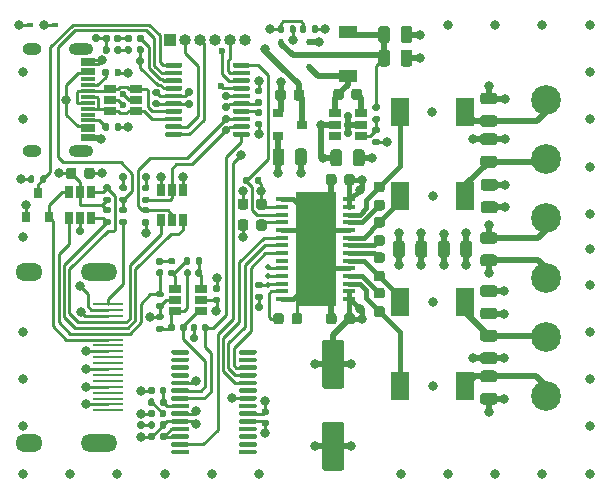
<source format=gbr>
%TF.GenerationSoftware,KiCad,Pcbnew,5.1.9-73d0e3b20d~88~ubuntu20.04.1*%
%TF.CreationDate,2021-04-24T16:50:53+02:00*%
%TF.ProjectId,elmo,656c6d6f-2e6b-4696-9361-645f70636258,v1.00*%
%TF.SameCoordinates,Original*%
%TF.FileFunction,Copper,L1,Top*%
%TF.FilePolarity,Positive*%
%FSLAX46Y46*%
G04 Gerber Fmt 4.6, Leading zero omitted, Abs format (unit mm)*
G04 Created by KiCad (PCBNEW 5.1.9-73d0e3b20d~88~ubuntu20.04.1) date 2021-04-24 16:50:53*
%MOMM*%
%LPD*%
G01*
G04 APERTURE LIST*
%TA.AperFunction,ComponentPad*%
%ADD10C,2.524000*%
%TD*%
%TA.AperFunction,SMDPad,CuDef*%
%ADD11R,1.600000X1.000000*%
%TD*%
%TA.AperFunction,SMDPad,CuDef*%
%ADD12R,2.600000X0.280000*%
%TD*%
%TA.AperFunction,ComponentPad*%
%ADD13O,3.100000X1.500000*%
%TD*%
%TA.AperFunction,ComponentPad*%
%ADD14O,2.300000X1.500000*%
%TD*%
%TA.AperFunction,ComponentPad*%
%ADD15O,2.100000X1.000000*%
%TD*%
%TA.AperFunction,ComponentPad*%
%ADD16O,1.600000X1.000000*%
%TD*%
%TA.AperFunction,SMDPad,CuDef*%
%ADD17R,1.150000X0.300000*%
%TD*%
%TA.AperFunction,SMDPad,CuDef*%
%ADD18R,1.060000X0.650000*%
%TD*%
%TA.AperFunction,SMDPad,CuDef*%
%ADD19R,0.900000X0.800000*%
%TD*%
%TA.AperFunction,SMDPad,CuDef*%
%ADD20R,0.700000X1.000000*%
%TD*%
%TA.AperFunction,SMDPad,CuDef*%
%ADD21R,0.800000X0.900000*%
%TD*%
%TA.AperFunction,SMDPad,CuDef*%
%ADD22R,0.450000X0.600000*%
%TD*%
%TA.AperFunction,SMDPad,CuDef*%
%ADD23R,0.650000X1.060000*%
%TD*%
%TA.AperFunction,ComponentPad*%
%ADD24R,1.000000X1.000000*%
%TD*%
%TA.AperFunction,ComponentPad*%
%ADD25O,1.000000X1.000000*%
%TD*%
%TA.AperFunction,SMDPad,CuDef*%
%ADD26R,1.100000X0.400000*%
%TD*%
%TA.AperFunction,SMDPad,CuDef*%
%ADD27R,3.400000X9.700000*%
%TD*%
%TA.AperFunction,ComponentPad*%
%ADD28C,0.600000*%
%TD*%
%TA.AperFunction,SMDPad,CuDef*%
%ADD29R,1.500000X2.400000*%
%TD*%
%TA.AperFunction,SMDPad,CuDef*%
%ADD30R,0.600000X0.450000*%
%TD*%
%TA.AperFunction,ViaPad*%
%ADD31C,0.700000*%
%TD*%
%TA.AperFunction,ViaPad*%
%ADD32C,0.800000*%
%TD*%
%TA.AperFunction,ViaPad*%
%ADD33C,0.600000*%
%TD*%
%TA.AperFunction,ViaPad*%
%ADD34C,0.500000*%
%TD*%
%TA.AperFunction,Conductor*%
%ADD35C,0.400000*%
%TD*%
%TA.AperFunction,Conductor*%
%ADD36C,0.500000*%
%TD*%
%TA.AperFunction,Conductor*%
%ADD37C,0.250000*%
%TD*%
G04 APERTURE END LIST*
D10*
%TO.P,J3,1*%
%TO.N,speaker_rigth_m*%
X170300000Y-112400000D03*
%TO.P,J3,2*%
%TO.N,speaker_rigth_p*%
X170300000Y-107400000D03*
%TO.P,J3,3*%
%TO.N,GND*%
X170300000Y-102400000D03*
%TO.P,J3,4*%
%TO.N,vin*%
X170300000Y-97400000D03*
%TO.P,J3,5*%
%TO.N,speaker_left_m*%
X170300000Y-92400000D03*
%TO.P,J3,6*%
%TO.N,speaker_left_p*%
X170300000Y-87400000D03*
%TD*%
D11*
%TO.P,L5,2*%
%TO.N,Net-(C27-Pad1)*%
X153500000Y-81650000D03*
%TO.P,L5,1*%
%TO.N,Net-(C26-Pad2)*%
X153500000Y-85350000D03*
%TD*%
D12*
%TO.P,J1,1*%
%TO.N,N/C*%
X133220000Y-113650000D03*
%TO.P,J1,2*%
%TO.N,GND*%
X133220000Y-113150000D03*
%TO.P,J1,3*%
%TO.N,N/C*%
X133220000Y-112650000D03*
%TO.P,J1,4*%
X133220000Y-112150000D03*
%TO.P,J1,5*%
%TO.N,GND*%
X133220000Y-111650000D03*
%TO.P,J1,6*%
%TO.N,N/C*%
X133220000Y-111150000D03*
%TO.P,J1,7*%
X133220000Y-110650000D03*
%TO.P,J1,8*%
%TO.N,GND*%
X133220000Y-110150000D03*
%TO.P,J1,9*%
%TO.N,N/C*%
X133220000Y-109650000D03*
%TO.P,J1,10*%
X133220000Y-109150000D03*
%TO.P,J1,11*%
%TO.N,GND*%
X133220000Y-108650000D03*
%TO.P,J1,12*%
%TO.N,N/C*%
X133220000Y-108150000D03*
%TO.P,J1,13*%
%TO.N,hdmi_cec*%
X133220000Y-107650000D03*
%TO.P,J1,14*%
%TO.N,hdmi_utility*%
X133220000Y-107150000D03*
%TO.P,J1,15*%
%TO.N,hdmi_scl*%
X133220000Y-106650000D03*
%TO.P,J1,16*%
%TO.N,hdmi_sda*%
X133220000Y-106150000D03*
%TO.P,J1,17*%
%TO.N,GND*%
X133220000Y-105650000D03*
%TO.P,J1,18*%
%TO.N,+5V*%
X133220000Y-105150000D03*
%TO.P,J1,19*%
%TO.N,hdmi_hpd*%
X133220000Y-104650000D03*
D13*
%TO.P,J1,S2*%
%TO.N,N/C*%
X132460000Y-101900000D03*
%TO.P,J1,S1*%
X132460000Y-116400000D03*
D14*
%TO.P,J1,S3*%
X126500000Y-101900000D03*
%TO.P,J1,S4*%
X126500000Y-116400000D03*
%TD*%
D15*
%TO.P,J2,S1*%
%TO.N,N/C*%
X130925000Y-83030000D03*
%TO.P,J2,S2*%
X130925000Y-91670000D03*
D16*
%TO.P,J2,S4*%
X126745000Y-83030000D03*
%TO.P,J2,S3*%
X126745000Y-91670000D03*
D17*
%TO.P,J2,B1*%
%TO.N,GND*%
X131490000Y-90400000D03*
%TO.P,J2,B4*%
%TO.N,usb_vbus*%
X131490000Y-89600000D03*
%TO.P,J2,B5*%
%TO.N,Net-(J2-PadB5)*%
X131490000Y-89100000D03*
%TO.P,J2,A8*%
%TO.N,N/C*%
X131490000Y-88600000D03*
%TO.P,J2,B6*%
%TO.N,usb_dp*%
X131490000Y-88100000D03*
%TO.P,J2,A7*%
%TO.N,usb_dm*%
X131490000Y-87600000D03*
%TO.P,J2,A6*%
%TO.N,usb_dp*%
X131490000Y-87100000D03*
%TO.P,J2,B7*%
%TO.N,usb_dm*%
X131490000Y-86600000D03*
%TO.P,J2,A5*%
%TO.N,Net-(J2-PadA5)*%
X131490000Y-86100000D03*
%TO.P,J2,B8*%
%TO.N,N/C*%
X131490000Y-85600000D03*
%TO.P,J2,A4*%
%TO.N,usb_vbus*%
X131490000Y-84800000D03*
%TO.P,J2,A1*%
%TO.N,GND*%
X131490000Y-84000000D03*
%TO.P,J2,B12*%
X131490000Y-84300000D03*
%TO.P,J2,B9*%
%TO.N,usb_vbus*%
X131490000Y-85100000D03*
%TO.P,J2,A9*%
X131490000Y-89900000D03*
%TO.P,J2,A12*%
%TO.N,GND*%
X131490000Y-90700000D03*
%TD*%
%TO.P,R9,2*%
%TO.N,hpd_in*%
%TA.AperFunction,SMDPad,CuDef*%
G36*
G01*
X134315000Y-95540000D02*
X134685000Y-95540000D01*
G75*
G02*
X134820000Y-95675000I0J-135000D01*
G01*
X134820000Y-95945000D01*
G75*
G02*
X134685000Y-96080000I-135000J0D01*
G01*
X134315000Y-96080000D01*
G75*
G02*
X134180000Y-95945000I0J135000D01*
G01*
X134180000Y-95675000D01*
G75*
G02*
X134315000Y-95540000I135000J0D01*
G01*
G37*
%TD.AperFunction*%
%TO.P,R9,1*%
%TO.N,GND*%
%TA.AperFunction,SMDPad,CuDef*%
G36*
G01*
X134315000Y-94520000D02*
X134685000Y-94520000D01*
G75*
G02*
X134820000Y-94655000I0J-135000D01*
G01*
X134820000Y-94925000D01*
G75*
G02*
X134685000Y-95060000I-135000J0D01*
G01*
X134315000Y-95060000D01*
G75*
G02*
X134180000Y-94925000I0J135000D01*
G01*
X134180000Y-94655000D01*
G75*
G02*
X134315000Y-94520000I135000J0D01*
G01*
G37*
%TD.AperFunction*%
%TD*%
D18*
%TO.P,U6,1*%
%TO.N,Net-(C26-Pad2)*%
X152400000Y-88500000D03*
%TO.P,U6,2*%
%TO.N,vin*%
X152400000Y-89450000D03*
%TO.P,U6,3*%
%TO.N,N/C*%
X152400000Y-90400000D03*
%TO.P,U6,4*%
%TO.N,Net-(R20-Pad2)*%
X154600000Y-90400000D03*
%TO.P,U6,6*%
%TO.N,Net-(C26-Pad1)*%
X154600000Y-88500000D03*
%TO.P,U6,5*%
%TO.N,GND*%
X154600000Y-89450000D03*
%TD*%
%TO.P,C26,2*%
%TO.N,Net-(C26-Pad2)*%
%TA.AperFunction,SMDPad,CuDef*%
G36*
G01*
X153175000Y-86650000D02*
X153175000Y-87150000D01*
G75*
G02*
X152950000Y-87375000I-225000J0D01*
G01*
X152500000Y-87375000D01*
G75*
G02*
X152275000Y-87150000I0J225000D01*
G01*
X152275000Y-86650000D01*
G75*
G02*
X152500000Y-86425000I225000J0D01*
G01*
X152950000Y-86425000D01*
G75*
G02*
X153175000Y-86650000I0J-225000D01*
G01*
G37*
%TD.AperFunction*%
%TO.P,C26,1*%
%TO.N,Net-(C26-Pad1)*%
%TA.AperFunction,SMDPad,CuDef*%
G36*
G01*
X154725000Y-86650000D02*
X154725000Y-87150000D01*
G75*
G02*
X154500000Y-87375000I-225000J0D01*
G01*
X154050000Y-87375000D01*
G75*
G02*
X153825000Y-87150000I0J225000D01*
G01*
X153825000Y-86650000D01*
G75*
G02*
X154050000Y-86425000I225000J0D01*
G01*
X154500000Y-86425000D01*
G75*
G02*
X154725000Y-86650000I0J-225000D01*
G01*
G37*
%TD.AperFunction*%
%TD*%
D19*
%TO.P,U4,1*%
%TO.N,GND*%
X147600000Y-88500000D03*
%TO.P,U4,2*%
%TO.N,+3V3*%
X147600000Y-90400000D03*
%TO.P,U4,3*%
%TO.N,+5V*%
X149600000Y-89450000D03*
%TD*%
%TO.P,C16,2*%
%TO.N,GND*%
%TA.AperFunction,SMDPad,CuDef*%
G36*
G01*
X149050000Y-92675000D02*
X149050000Y-91725000D01*
G75*
G02*
X149300000Y-91475000I250000J0D01*
G01*
X149800000Y-91475000D01*
G75*
G02*
X150050000Y-91725000I0J-250000D01*
G01*
X150050000Y-92675000D01*
G75*
G02*
X149800000Y-92925000I-250000J0D01*
G01*
X149300000Y-92925000D01*
G75*
G02*
X149050000Y-92675000I0J250000D01*
G01*
G37*
%TD.AperFunction*%
%TO.P,C16,1*%
%TO.N,+3V3*%
%TA.AperFunction,SMDPad,CuDef*%
G36*
G01*
X147150000Y-92675000D02*
X147150000Y-91725000D01*
G75*
G02*
X147400000Y-91475000I250000J0D01*
G01*
X147900000Y-91475000D01*
G75*
G02*
X148150000Y-91725000I0J-250000D01*
G01*
X148150000Y-92675000D01*
G75*
G02*
X147900000Y-92925000I-250000J0D01*
G01*
X147400000Y-92925000D01*
G75*
G02*
X147150000Y-92675000I0J250000D01*
G01*
G37*
%TD.AperFunction*%
%TD*%
%TO.P,C28,1*%
%TO.N,Net-(C27-Pad1)*%
%TA.AperFunction,SMDPad,CuDef*%
G36*
G01*
X156090000Y-84295000D02*
X156090000Y-83345000D01*
G75*
G02*
X156340000Y-83095000I250000J0D01*
G01*
X156840000Y-83095000D01*
G75*
G02*
X157090000Y-83345000I0J-250000D01*
G01*
X157090000Y-84295000D01*
G75*
G02*
X156840000Y-84545000I-250000J0D01*
G01*
X156340000Y-84545000D01*
G75*
G02*
X156090000Y-84295000I0J250000D01*
G01*
G37*
%TD.AperFunction*%
%TO.P,C28,2*%
%TO.N,GND*%
%TA.AperFunction,SMDPad,CuDef*%
G36*
G01*
X157990000Y-84295000D02*
X157990000Y-83345000D01*
G75*
G02*
X158240000Y-83095000I250000J0D01*
G01*
X158740000Y-83095000D01*
G75*
G02*
X158990000Y-83345000I0J-250000D01*
G01*
X158990000Y-84295000D01*
G75*
G02*
X158740000Y-84545000I-250000J0D01*
G01*
X158240000Y-84545000D01*
G75*
G02*
X157990000Y-84295000I0J250000D01*
G01*
G37*
%TD.AperFunction*%
%TD*%
%TO.P,R2,1*%
%TO.N,GND*%
%TA.AperFunction,SMDPad,CuDef*%
G36*
G01*
X134310000Y-89465000D02*
X134310000Y-89835000D01*
G75*
G02*
X134175000Y-89970000I-135000J0D01*
G01*
X133905000Y-89970000D01*
G75*
G02*
X133770000Y-89835000I0J135000D01*
G01*
X133770000Y-89465000D01*
G75*
G02*
X133905000Y-89330000I135000J0D01*
G01*
X134175000Y-89330000D01*
G75*
G02*
X134310000Y-89465000I0J-135000D01*
G01*
G37*
%TD.AperFunction*%
%TO.P,R2,2*%
%TO.N,Net-(J2-PadB5)*%
%TA.AperFunction,SMDPad,CuDef*%
G36*
G01*
X133290000Y-89465000D02*
X133290000Y-89835000D01*
G75*
G02*
X133155000Y-89970000I-135000J0D01*
G01*
X132885000Y-89970000D01*
G75*
G02*
X132750000Y-89835000I0J135000D01*
G01*
X132750000Y-89465000D01*
G75*
G02*
X132885000Y-89330000I135000J0D01*
G01*
X133155000Y-89330000D01*
G75*
G02*
X133290000Y-89465000I0J-135000D01*
G01*
G37*
%TD.AperFunction*%
%TD*%
%TO.P,R10,1*%
%TO.N,+3V3*%
%TA.AperFunction,SMDPad,CuDef*%
G36*
G01*
X126440000Y-94265000D02*
X126440000Y-93895000D01*
G75*
G02*
X126575000Y-93760000I135000J0D01*
G01*
X126845000Y-93760000D01*
G75*
G02*
X126980000Y-93895000I0J-135000D01*
G01*
X126980000Y-94265000D01*
G75*
G02*
X126845000Y-94400000I-135000J0D01*
G01*
X126575000Y-94400000D01*
G75*
G02*
X126440000Y-94265000I0J135000D01*
G01*
G37*
%TD.AperFunction*%
%TO.P,R10,2*%
%TO.N,cec_in*%
%TA.AperFunction,SMDPad,CuDef*%
G36*
G01*
X127460000Y-94265000D02*
X127460000Y-93895000D01*
G75*
G02*
X127595000Y-93760000I135000J0D01*
G01*
X127865000Y-93760000D01*
G75*
G02*
X128000000Y-93895000I0J-135000D01*
G01*
X128000000Y-94265000D01*
G75*
G02*
X127865000Y-94400000I-135000J0D01*
G01*
X127595000Y-94400000D01*
G75*
G02*
X127460000Y-94265000I0J135000D01*
G01*
G37*
%TD.AperFunction*%
%TD*%
%TO.P,C1,1*%
%TO.N,Net-(C1-Pad1)*%
%TA.AperFunction,SMDPad,CuDef*%
G36*
G01*
X156425000Y-96725000D02*
X155925000Y-96725000D01*
G75*
G02*
X155700000Y-96500000I0J225000D01*
G01*
X155700000Y-96050000D01*
G75*
G02*
X155925000Y-95825000I225000J0D01*
G01*
X156425000Y-95825000D01*
G75*
G02*
X156650000Y-96050000I0J-225000D01*
G01*
X156650000Y-96500000D01*
G75*
G02*
X156425000Y-96725000I-225000J0D01*
G01*
G37*
%TD.AperFunction*%
%TO.P,C1,2*%
%TO.N,Net-(C1-Pad2)*%
%TA.AperFunction,SMDPad,CuDef*%
G36*
G01*
X156425000Y-95175000D02*
X155925000Y-95175000D01*
G75*
G02*
X155700000Y-94950000I0J225000D01*
G01*
X155700000Y-94500000D01*
G75*
G02*
X155925000Y-94275000I225000J0D01*
G01*
X156425000Y-94275000D01*
G75*
G02*
X156650000Y-94500000I0J-225000D01*
G01*
X156650000Y-94950000D01*
G75*
G02*
X156425000Y-95175000I-225000J0D01*
G01*
G37*
%TD.AperFunction*%
%TD*%
%TO.P,C2,2*%
%TO.N,Net-(C2-Pad2)*%
%TA.AperFunction,SMDPad,CuDef*%
G36*
G01*
X155925000Y-104825000D02*
X156425000Y-104825000D01*
G75*
G02*
X156650000Y-105050000I0J-225000D01*
G01*
X156650000Y-105500000D01*
G75*
G02*
X156425000Y-105725000I-225000J0D01*
G01*
X155925000Y-105725000D01*
G75*
G02*
X155700000Y-105500000I0J225000D01*
G01*
X155700000Y-105050000D01*
G75*
G02*
X155925000Y-104825000I225000J0D01*
G01*
G37*
%TD.AperFunction*%
%TO.P,C2,1*%
%TO.N,Net-(C2-Pad1)*%
%TA.AperFunction,SMDPad,CuDef*%
G36*
G01*
X155925000Y-103275000D02*
X156425000Y-103275000D01*
G75*
G02*
X156650000Y-103500000I0J-225000D01*
G01*
X156650000Y-103950000D01*
G75*
G02*
X156425000Y-104175000I-225000J0D01*
G01*
X155925000Y-104175000D01*
G75*
G02*
X155700000Y-103950000I0J225000D01*
G01*
X155700000Y-103500000D01*
G75*
G02*
X155925000Y-103275000I225000J0D01*
G01*
G37*
%TD.AperFunction*%
%TD*%
%TO.P,C3,2*%
%TO.N,Net-(C3-Pad2)*%
%TA.AperFunction,SMDPad,CuDef*%
G36*
G01*
X156425000Y-98175000D02*
X155925000Y-98175000D01*
G75*
G02*
X155700000Y-97950000I0J225000D01*
G01*
X155700000Y-97500000D01*
G75*
G02*
X155925000Y-97275000I225000J0D01*
G01*
X156425000Y-97275000D01*
G75*
G02*
X156650000Y-97500000I0J-225000D01*
G01*
X156650000Y-97950000D01*
G75*
G02*
X156425000Y-98175000I-225000J0D01*
G01*
G37*
%TD.AperFunction*%
%TO.P,C3,1*%
%TO.N,Net-(C3-Pad1)*%
%TA.AperFunction,SMDPad,CuDef*%
G36*
G01*
X156425000Y-99725000D02*
X155925000Y-99725000D01*
G75*
G02*
X155700000Y-99500000I0J225000D01*
G01*
X155700000Y-99050000D01*
G75*
G02*
X155925000Y-98825000I225000J0D01*
G01*
X156425000Y-98825000D01*
G75*
G02*
X156650000Y-99050000I0J-225000D01*
G01*
X156650000Y-99500000D01*
G75*
G02*
X156425000Y-99725000I-225000J0D01*
G01*
G37*
%TD.AperFunction*%
%TD*%
%TO.P,C4,1*%
%TO.N,Net-(C4-Pad1)*%
%TA.AperFunction,SMDPad,CuDef*%
G36*
G01*
X155925000Y-100275000D02*
X156425000Y-100275000D01*
G75*
G02*
X156650000Y-100500000I0J-225000D01*
G01*
X156650000Y-100950000D01*
G75*
G02*
X156425000Y-101175000I-225000J0D01*
G01*
X155925000Y-101175000D01*
G75*
G02*
X155700000Y-100950000I0J225000D01*
G01*
X155700000Y-100500000D01*
G75*
G02*
X155925000Y-100275000I225000J0D01*
G01*
G37*
%TD.AperFunction*%
%TO.P,C4,2*%
%TO.N,Net-(C4-Pad2)*%
%TA.AperFunction,SMDPad,CuDef*%
G36*
G01*
X155925000Y-101825000D02*
X156425000Y-101825000D01*
G75*
G02*
X156650000Y-102050000I0J-225000D01*
G01*
X156650000Y-102500000D01*
G75*
G02*
X156425000Y-102725000I-225000J0D01*
G01*
X155925000Y-102725000D01*
G75*
G02*
X155700000Y-102500000I0J225000D01*
G01*
X155700000Y-102050000D01*
G75*
G02*
X155925000Y-101825000I225000J0D01*
G01*
G37*
%TD.AperFunction*%
%TD*%
%TO.P,C5,1*%
%TO.N,GND*%
%TA.AperFunction,SMDPad,CuDef*%
G36*
G01*
X164975000Y-86750000D02*
X165925000Y-86750000D01*
G75*
G02*
X166175000Y-87000000I0J-250000D01*
G01*
X166175000Y-87500000D01*
G75*
G02*
X165925000Y-87750000I-250000J0D01*
G01*
X164975000Y-87750000D01*
G75*
G02*
X164725000Y-87500000I0J250000D01*
G01*
X164725000Y-87000000D01*
G75*
G02*
X164975000Y-86750000I250000J0D01*
G01*
G37*
%TD.AperFunction*%
%TO.P,C5,2*%
%TO.N,speaker_left_p*%
%TA.AperFunction,SMDPad,CuDef*%
G36*
G01*
X164975000Y-88650000D02*
X165925000Y-88650000D01*
G75*
G02*
X166175000Y-88900000I0J-250000D01*
G01*
X166175000Y-89400000D01*
G75*
G02*
X165925000Y-89650000I-250000J0D01*
G01*
X164975000Y-89650000D01*
G75*
G02*
X164725000Y-89400000I0J250000D01*
G01*
X164725000Y-88900000D01*
G75*
G02*
X164975000Y-88650000I250000J0D01*
G01*
G37*
%TD.AperFunction*%
%TD*%
%TO.P,C6,2*%
%TO.N,GND*%
%TA.AperFunction,SMDPad,CuDef*%
G36*
G01*
X165925000Y-91190000D02*
X164975000Y-91190000D01*
G75*
G02*
X164725000Y-90940000I0J250000D01*
G01*
X164725000Y-90440000D01*
G75*
G02*
X164975000Y-90190000I250000J0D01*
G01*
X165925000Y-90190000D01*
G75*
G02*
X166175000Y-90440000I0J-250000D01*
G01*
X166175000Y-90940000D01*
G75*
G02*
X165925000Y-91190000I-250000J0D01*
G01*
G37*
%TD.AperFunction*%
%TO.P,C6,1*%
%TO.N,speaker_left_m*%
%TA.AperFunction,SMDPad,CuDef*%
G36*
G01*
X165925000Y-93090000D02*
X164975000Y-93090000D01*
G75*
G02*
X164725000Y-92840000I0J250000D01*
G01*
X164725000Y-92340000D01*
G75*
G02*
X164975000Y-92090000I250000J0D01*
G01*
X165925000Y-92090000D01*
G75*
G02*
X166175000Y-92340000I0J-250000D01*
G01*
X166175000Y-92840000D01*
G75*
G02*
X165925000Y-93090000I-250000J0D01*
G01*
G37*
%TD.AperFunction*%
%TD*%
%TO.P,C7,2*%
%TO.N,speaker_rigth_p*%
%TA.AperFunction,SMDPad,CuDef*%
G36*
G01*
X165925000Y-107830000D02*
X164975000Y-107830000D01*
G75*
G02*
X164725000Y-107580000I0J250000D01*
G01*
X164725000Y-107080000D01*
G75*
G02*
X164975000Y-106830000I250000J0D01*
G01*
X165925000Y-106830000D01*
G75*
G02*
X166175000Y-107080000I0J-250000D01*
G01*
X166175000Y-107580000D01*
G75*
G02*
X165925000Y-107830000I-250000J0D01*
G01*
G37*
%TD.AperFunction*%
%TO.P,C7,1*%
%TO.N,GND*%
%TA.AperFunction,SMDPad,CuDef*%
G36*
G01*
X165925000Y-109730000D02*
X164975000Y-109730000D01*
G75*
G02*
X164725000Y-109480000I0J250000D01*
G01*
X164725000Y-108980000D01*
G75*
G02*
X164975000Y-108730000I250000J0D01*
G01*
X165925000Y-108730000D01*
G75*
G02*
X166175000Y-108980000I0J-250000D01*
G01*
X166175000Y-109480000D01*
G75*
G02*
X165925000Y-109730000I-250000J0D01*
G01*
G37*
%TD.AperFunction*%
%TD*%
%TO.P,C8,1*%
%TO.N,speaker_rigth_m*%
%TA.AperFunction,SMDPad,CuDef*%
G36*
G01*
X164975000Y-110270000D02*
X165925000Y-110270000D01*
G75*
G02*
X166175000Y-110520000I0J-250000D01*
G01*
X166175000Y-111020000D01*
G75*
G02*
X165925000Y-111270000I-250000J0D01*
G01*
X164975000Y-111270000D01*
G75*
G02*
X164725000Y-111020000I0J250000D01*
G01*
X164725000Y-110520000D01*
G75*
G02*
X164975000Y-110270000I250000J0D01*
G01*
G37*
%TD.AperFunction*%
%TO.P,C8,2*%
%TO.N,GND*%
%TA.AperFunction,SMDPad,CuDef*%
G36*
G01*
X164975000Y-112170000D02*
X165925000Y-112170000D01*
G75*
G02*
X166175000Y-112420000I0J-250000D01*
G01*
X166175000Y-112920000D01*
G75*
G02*
X165925000Y-113170000I-250000J0D01*
G01*
X164975000Y-113170000D01*
G75*
G02*
X164725000Y-112920000I0J250000D01*
G01*
X164725000Y-112420000D01*
G75*
G02*
X164975000Y-112170000I250000J0D01*
G01*
G37*
%TD.AperFunction*%
%TD*%
%TO.P,U2,1*%
%TO.N,N/C*%
%TA.AperFunction,SMDPad,CuDef*%
G36*
G01*
X145790000Y-117075000D02*
X145790000Y-117275000D01*
G75*
G02*
X145690000Y-117375000I-100000J0D01*
G01*
X144415000Y-117375000D01*
G75*
G02*
X144315000Y-117275000I0J100000D01*
G01*
X144315000Y-117075000D01*
G75*
G02*
X144415000Y-116975000I100000J0D01*
G01*
X145690000Y-116975000D01*
G75*
G02*
X145790000Y-117075000I0J-100000D01*
G01*
G37*
%TD.AperFunction*%
%TO.P,U2,2*%
%TA.AperFunction,SMDPad,CuDef*%
G36*
G01*
X145790000Y-116425000D02*
X145790000Y-116625000D01*
G75*
G02*
X145690000Y-116725000I-100000J0D01*
G01*
X144415000Y-116725000D01*
G75*
G02*
X144315000Y-116625000I0J100000D01*
G01*
X144315000Y-116425000D01*
G75*
G02*
X144415000Y-116325000I100000J0D01*
G01*
X145690000Y-116325000D01*
G75*
G02*
X145790000Y-116425000I0J-100000D01*
G01*
G37*
%TD.AperFunction*%
%TO.P,U2,3*%
%TA.AperFunction,SMDPad,CuDef*%
G36*
G01*
X145790000Y-115775000D02*
X145790000Y-115975000D01*
G75*
G02*
X145690000Y-116075000I-100000J0D01*
G01*
X144415000Y-116075000D01*
G75*
G02*
X144315000Y-115975000I0J100000D01*
G01*
X144315000Y-115775000D01*
G75*
G02*
X144415000Y-115675000I100000J0D01*
G01*
X145690000Y-115675000D01*
G75*
G02*
X145790000Y-115775000I0J-100000D01*
G01*
G37*
%TD.AperFunction*%
%TO.P,U2,4*%
%TA.AperFunction,SMDPad,CuDef*%
G36*
G01*
X145790000Y-115125000D02*
X145790000Y-115325000D01*
G75*
G02*
X145690000Y-115425000I-100000J0D01*
G01*
X144415000Y-115425000D01*
G75*
G02*
X144315000Y-115325000I0J100000D01*
G01*
X144315000Y-115125000D01*
G75*
G02*
X144415000Y-115025000I100000J0D01*
G01*
X145690000Y-115025000D01*
G75*
G02*
X145790000Y-115125000I0J-100000D01*
G01*
G37*
%TD.AperFunction*%
%TO.P,U2,5*%
%TO.N,+3V3*%
%TA.AperFunction,SMDPad,CuDef*%
G36*
G01*
X145790000Y-114475000D02*
X145790000Y-114675000D01*
G75*
G02*
X145690000Y-114775000I-100000J0D01*
G01*
X144415000Y-114775000D01*
G75*
G02*
X144315000Y-114675000I0J100000D01*
G01*
X144315000Y-114475000D01*
G75*
G02*
X144415000Y-114375000I100000J0D01*
G01*
X145690000Y-114375000D01*
G75*
G02*
X145790000Y-114475000I0J-100000D01*
G01*
G37*
%TD.AperFunction*%
%TO.P,U2,6*%
%TO.N,GND*%
%TA.AperFunction,SMDPad,CuDef*%
G36*
G01*
X145790000Y-113825000D02*
X145790000Y-114025000D01*
G75*
G02*
X145690000Y-114125000I-100000J0D01*
G01*
X144415000Y-114125000D01*
G75*
G02*
X144315000Y-114025000I0J100000D01*
G01*
X144315000Y-113825000D01*
G75*
G02*
X144415000Y-113725000I100000J0D01*
G01*
X145690000Y-113725000D01*
G75*
G02*
X145790000Y-113825000I0J-100000D01*
G01*
G37*
%TD.AperFunction*%
%TO.P,U2,7*%
%TO.N,N/C*%
%TA.AperFunction,SMDPad,CuDef*%
G36*
G01*
X145790000Y-113175000D02*
X145790000Y-113375000D01*
G75*
G02*
X145690000Y-113475000I-100000J0D01*
G01*
X144415000Y-113475000D01*
G75*
G02*
X144315000Y-113375000I0J100000D01*
G01*
X144315000Y-113175000D01*
G75*
G02*
X144415000Y-113075000I100000J0D01*
G01*
X145690000Y-113075000D01*
G75*
G02*
X145790000Y-113175000I0J-100000D01*
G01*
G37*
%TD.AperFunction*%
%TO.P,U2,8*%
%TO.N,GND*%
%TA.AperFunction,SMDPad,CuDef*%
G36*
G01*
X145790000Y-112525000D02*
X145790000Y-112725000D01*
G75*
G02*
X145690000Y-112825000I-100000J0D01*
G01*
X144415000Y-112825000D01*
G75*
G02*
X144315000Y-112725000I0J100000D01*
G01*
X144315000Y-112525000D01*
G75*
G02*
X144415000Y-112425000I100000J0D01*
G01*
X145690000Y-112425000D01*
G75*
G02*
X145790000Y-112525000I0J-100000D01*
G01*
G37*
%TD.AperFunction*%
%TO.P,U2,9*%
%TO.N,N/C*%
%TA.AperFunction,SMDPad,CuDef*%
G36*
G01*
X145790000Y-111875000D02*
X145790000Y-112075000D01*
G75*
G02*
X145690000Y-112175000I-100000J0D01*
G01*
X144415000Y-112175000D01*
G75*
G02*
X144315000Y-112075000I0J100000D01*
G01*
X144315000Y-111875000D01*
G75*
G02*
X144415000Y-111775000I100000J0D01*
G01*
X145690000Y-111775000D01*
G75*
G02*
X145790000Y-111875000I0J-100000D01*
G01*
G37*
%TD.AperFunction*%
%TO.P,U2,10*%
%TO.N,lrkco*%
%TA.AperFunction,SMDPad,CuDef*%
G36*
G01*
X145790000Y-111225000D02*
X145790000Y-111425000D01*
G75*
G02*
X145690000Y-111525000I-100000J0D01*
G01*
X144415000Y-111525000D01*
G75*
G02*
X144315000Y-111425000I0J100000D01*
G01*
X144315000Y-111225000D01*
G75*
G02*
X144415000Y-111125000I100000J0D01*
G01*
X145690000Y-111125000D01*
G75*
G02*
X145790000Y-111225000I0J-100000D01*
G01*
G37*
%TD.AperFunction*%
%TO.P,U2,11*%
%TO.N,bcko*%
%TA.AperFunction,SMDPad,CuDef*%
G36*
G01*
X145790000Y-110575000D02*
X145790000Y-110775000D01*
G75*
G02*
X145690000Y-110875000I-100000J0D01*
G01*
X144415000Y-110875000D01*
G75*
G02*
X144315000Y-110775000I0J100000D01*
G01*
X144315000Y-110575000D01*
G75*
G02*
X144415000Y-110475000I100000J0D01*
G01*
X145690000Y-110475000D01*
G75*
G02*
X145790000Y-110575000I0J-100000D01*
G01*
G37*
%TD.AperFunction*%
%TO.P,U2,12*%
%TO.N,dout*%
%TA.AperFunction,SMDPad,CuDef*%
G36*
G01*
X145790000Y-109925000D02*
X145790000Y-110125000D01*
G75*
G02*
X145690000Y-110225000I-100000J0D01*
G01*
X144415000Y-110225000D01*
G75*
G02*
X144315000Y-110125000I0J100000D01*
G01*
X144315000Y-109925000D01*
G75*
G02*
X144415000Y-109825000I100000J0D01*
G01*
X145690000Y-109825000D01*
G75*
G02*
X145790000Y-109925000I0J-100000D01*
G01*
G37*
%TD.AperFunction*%
%TO.P,U2,13*%
%TO.N,N/C*%
%TA.AperFunction,SMDPad,CuDef*%
G36*
G01*
X145790000Y-109275000D02*
X145790000Y-109475000D01*
G75*
G02*
X145690000Y-109575000I-100000J0D01*
G01*
X144415000Y-109575000D01*
G75*
G02*
X144315000Y-109475000I0J100000D01*
G01*
X144315000Y-109275000D01*
G75*
G02*
X144415000Y-109175000I100000J0D01*
G01*
X145690000Y-109175000D01*
G75*
G02*
X145790000Y-109275000I0J-100000D01*
G01*
G37*
%TD.AperFunction*%
%TO.P,U2,14*%
%TA.AperFunction,SMDPad,CuDef*%
G36*
G01*
X145790000Y-108625000D02*
X145790000Y-108825000D01*
G75*
G02*
X145690000Y-108925000I-100000J0D01*
G01*
X144415000Y-108925000D01*
G75*
G02*
X144315000Y-108825000I0J100000D01*
G01*
X144315000Y-108625000D01*
G75*
G02*
X144415000Y-108525000I100000J0D01*
G01*
X145690000Y-108525000D01*
G75*
G02*
X145790000Y-108625000I0J-100000D01*
G01*
G37*
%TD.AperFunction*%
%TO.P,U2,15*%
%TA.AperFunction,SMDPad,CuDef*%
G36*
G01*
X140065000Y-108625000D02*
X140065000Y-108825000D01*
G75*
G02*
X139965000Y-108925000I-100000J0D01*
G01*
X138690000Y-108925000D01*
G75*
G02*
X138590000Y-108825000I0J100000D01*
G01*
X138590000Y-108625000D01*
G75*
G02*
X138690000Y-108525000I100000J0D01*
G01*
X139965000Y-108525000D01*
G75*
G02*
X140065000Y-108625000I0J-100000D01*
G01*
G37*
%TD.AperFunction*%
%TO.P,U2,16*%
%TA.AperFunction,SMDPad,CuDef*%
G36*
G01*
X140065000Y-109275000D02*
X140065000Y-109475000D01*
G75*
G02*
X139965000Y-109575000I-100000J0D01*
G01*
X138690000Y-109575000D01*
G75*
G02*
X138590000Y-109475000I0J100000D01*
G01*
X138590000Y-109275000D01*
G75*
G02*
X138690000Y-109175000I100000J0D01*
G01*
X139965000Y-109175000D01*
G75*
G02*
X140065000Y-109275000I0J-100000D01*
G01*
G37*
%TD.AperFunction*%
%TO.P,U2,17*%
%TA.AperFunction,SMDPad,CuDef*%
G36*
G01*
X140065000Y-109925000D02*
X140065000Y-110125000D01*
G75*
G02*
X139965000Y-110225000I-100000J0D01*
G01*
X138690000Y-110225000D01*
G75*
G02*
X138590000Y-110125000I0J100000D01*
G01*
X138590000Y-109925000D01*
G75*
G02*
X138690000Y-109825000I100000J0D01*
G01*
X139965000Y-109825000D01*
G75*
G02*
X140065000Y-109925000I0J-100000D01*
G01*
G37*
%TD.AperFunction*%
%TO.P,U2,18*%
%TA.AperFunction,SMDPad,CuDef*%
G36*
G01*
X140065000Y-110575000D02*
X140065000Y-110775000D01*
G75*
G02*
X139965000Y-110875000I-100000J0D01*
G01*
X138690000Y-110875000D01*
G75*
G02*
X138590000Y-110775000I0J100000D01*
G01*
X138590000Y-110575000D01*
G75*
G02*
X138690000Y-110475000I100000J0D01*
G01*
X139965000Y-110475000D01*
G75*
G02*
X140065000Y-110575000I0J-100000D01*
G01*
G37*
%TD.AperFunction*%
%TO.P,U2,19*%
%TO.N,GND*%
%TA.AperFunction,SMDPad,CuDef*%
G36*
G01*
X140065000Y-111225000D02*
X140065000Y-111425000D01*
G75*
G02*
X139965000Y-111525000I-100000J0D01*
G01*
X138690000Y-111525000D01*
G75*
G02*
X138590000Y-111425000I0J100000D01*
G01*
X138590000Y-111225000D01*
G75*
G02*
X138690000Y-111125000I100000J0D01*
G01*
X139965000Y-111125000D01*
G75*
G02*
X140065000Y-111225000I0J-100000D01*
G01*
G37*
%TD.AperFunction*%
%TO.P,U2,20*%
%TO.N,spdif_in*%
%TA.AperFunction,SMDPad,CuDef*%
G36*
G01*
X140065000Y-111875000D02*
X140065000Y-112075000D01*
G75*
G02*
X139965000Y-112175000I-100000J0D01*
G01*
X138690000Y-112175000D01*
G75*
G02*
X138590000Y-112075000I0J100000D01*
G01*
X138590000Y-111875000D01*
G75*
G02*
X138690000Y-111775000I100000J0D01*
G01*
X139965000Y-111775000D01*
G75*
G02*
X140065000Y-111875000I0J-100000D01*
G01*
G37*
%TD.AperFunction*%
%TO.P,U2,21*%
%TO.N,dir_rst*%
%TA.AperFunction,SMDPad,CuDef*%
G36*
G01*
X140065000Y-112525000D02*
X140065000Y-112725000D01*
G75*
G02*
X139965000Y-112825000I-100000J0D01*
G01*
X138690000Y-112825000D01*
G75*
G02*
X138590000Y-112725000I0J100000D01*
G01*
X138590000Y-112525000D01*
G75*
G02*
X138690000Y-112425000I100000J0D01*
G01*
X139965000Y-112425000D01*
G75*
G02*
X140065000Y-112525000I0J-100000D01*
G01*
G37*
%TD.AperFunction*%
%TO.P,U2,22*%
%TO.N,Net-(C19-Pad1)*%
%TA.AperFunction,SMDPad,CuDef*%
G36*
G01*
X140065000Y-113175000D02*
X140065000Y-113375000D01*
G75*
G02*
X139965000Y-113475000I-100000J0D01*
G01*
X138690000Y-113475000D01*
G75*
G02*
X138590000Y-113375000I0J100000D01*
G01*
X138590000Y-113175000D01*
G75*
G02*
X138690000Y-113075000I100000J0D01*
G01*
X139965000Y-113075000D01*
G75*
G02*
X140065000Y-113175000I0J-100000D01*
G01*
G37*
%TD.AperFunction*%
%TO.P,U2,23*%
%TO.N,GND*%
%TA.AperFunction,SMDPad,CuDef*%
G36*
G01*
X140065000Y-113825000D02*
X140065000Y-114025000D01*
G75*
G02*
X139965000Y-114125000I-100000J0D01*
G01*
X138690000Y-114125000D01*
G75*
G02*
X138590000Y-114025000I0J100000D01*
G01*
X138590000Y-113825000D01*
G75*
G02*
X138690000Y-113725000I100000J0D01*
G01*
X139965000Y-113725000D01*
G75*
G02*
X140065000Y-113825000I0J-100000D01*
G01*
G37*
%TD.AperFunction*%
%TO.P,U2,24*%
%TO.N,+3V3*%
%TA.AperFunction,SMDPad,CuDef*%
G36*
G01*
X140065000Y-114475000D02*
X140065000Y-114675000D01*
G75*
G02*
X139965000Y-114775000I-100000J0D01*
G01*
X138690000Y-114775000D01*
G75*
G02*
X138590000Y-114675000I0J100000D01*
G01*
X138590000Y-114475000D01*
G75*
G02*
X138690000Y-114375000I100000J0D01*
G01*
X139965000Y-114375000D01*
G75*
G02*
X140065000Y-114475000I0J-100000D01*
G01*
G37*
%TD.AperFunction*%
%TO.P,U2,25*%
%TO.N,Net-(R17-Pad2)*%
%TA.AperFunction,SMDPad,CuDef*%
G36*
G01*
X140065000Y-115125000D02*
X140065000Y-115325000D01*
G75*
G02*
X139965000Y-115425000I-100000J0D01*
G01*
X138690000Y-115425000D01*
G75*
G02*
X138590000Y-115325000I0J100000D01*
G01*
X138590000Y-115125000D01*
G75*
G02*
X138690000Y-115025000I100000J0D01*
G01*
X139965000Y-115025000D01*
G75*
G02*
X140065000Y-115125000I0J-100000D01*
G01*
G37*
%TD.AperFunction*%
%TO.P,U2,26*%
%TA.AperFunction,SMDPad,CuDef*%
G36*
G01*
X140065000Y-115775000D02*
X140065000Y-115975000D01*
G75*
G02*
X139965000Y-116075000I-100000J0D01*
G01*
X138690000Y-116075000D01*
G75*
G02*
X138590000Y-115975000I0J100000D01*
G01*
X138590000Y-115775000D01*
G75*
G02*
X138690000Y-115675000I100000J0D01*
G01*
X139965000Y-115675000D01*
G75*
G02*
X140065000Y-115775000I0J-100000D01*
G01*
G37*
%TD.AperFunction*%
%TO.P,U2,27*%
%TO.N,dir_error*%
%TA.AperFunction,SMDPad,CuDef*%
G36*
G01*
X140065000Y-116425000D02*
X140065000Y-116625000D01*
G75*
G02*
X139965000Y-116725000I-100000J0D01*
G01*
X138690000Y-116725000D01*
G75*
G02*
X138590000Y-116625000I0J100000D01*
G01*
X138590000Y-116425000D01*
G75*
G02*
X138690000Y-116325000I100000J0D01*
G01*
X139965000Y-116325000D01*
G75*
G02*
X140065000Y-116425000I0J-100000D01*
G01*
G37*
%TD.AperFunction*%
%TO.P,U2,28*%
%TO.N,N/C*%
%TA.AperFunction,SMDPad,CuDef*%
G36*
G01*
X140065000Y-117075000D02*
X140065000Y-117275000D01*
G75*
G02*
X139965000Y-117375000I-100000J0D01*
G01*
X138690000Y-117375000D01*
G75*
G02*
X138590000Y-117275000I0J100000D01*
G01*
X138590000Y-117075000D01*
G75*
G02*
X138690000Y-116975000I100000J0D01*
G01*
X139965000Y-116975000D01*
G75*
G02*
X140065000Y-117075000I0J-100000D01*
G01*
G37*
%TD.AperFunction*%
%TD*%
%TO.P,U3,1*%
%TO.N,dir_rst*%
%TA.AperFunction,SMDPad,CuDef*%
G36*
G01*
X145240000Y-90175000D02*
X145240000Y-90375000D01*
G75*
G02*
X145140000Y-90475000I-100000J0D01*
G01*
X143865000Y-90475000D01*
G75*
G02*
X143765000Y-90375000I0J100000D01*
G01*
X143765000Y-90175000D01*
G75*
G02*
X143865000Y-90075000I100000J0D01*
G01*
X145140000Y-90075000D01*
G75*
G02*
X145240000Y-90175000I0J-100000D01*
G01*
G37*
%TD.AperFunction*%
%TO.P,U3,2*%
%TO.N,i2c_sda*%
%TA.AperFunction,SMDPad,CuDef*%
G36*
G01*
X145240000Y-89525000D02*
X145240000Y-89725000D01*
G75*
G02*
X145140000Y-89825000I-100000J0D01*
G01*
X143865000Y-89825000D01*
G75*
G02*
X143765000Y-89725000I0J100000D01*
G01*
X143765000Y-89525000D01*
G75*
G02*
X143865000Y-89425000I100000J0D01*
G01*
X145140000Y-89425000D01*
G75*
G02*
X145240000Y-89525000I0J-100000D01*
G01*
G37*
%TD.AperFunction*%
%TO.P,U3,3*%
%TO.N,i2c_scl*%
%TA.AperFunction,SMDPad,CuDef*%
G36*
G01*
X145240000Y-88875000D02*
X145240000Y-89075000D01*
G75*
G02*
X145140000Y-89175000I-100000J0D01*
G01*
X143865000Y-89175000D01*
G75*
G02*
X143765000Y-89075000I0J100000D01*
G01*
X143765000Y-88875000D01*
G75*
G02*
X143865000Y-88775000I100000J0D01*
G01*
X145140000Y-88775000D01*
G75*
G02*
X145240000Y-88875000I0J-100000D01*
G01*
G37*
%TD.AperFunction*%
%TO.P,U3,4*%
%TO.N,Net-(C24-Pad1)*%
%TA.AperFunction,SMDPad,CuDef*%
G36*
G01*
X145240000Y-88225000D02*
X145240000Y-88425000D01*
G75*
G02*
X145140000Y-88525000I-100000J0D01*
G01*
X143865000Y-88525000D01*
G75*
G02*
X143765000Y-88425000I0J100000D01*
G01*
X143765000Y-88225000D01*
G75*
G02*
X143865000Y-88125000I100000J0D01*
G01*
X145140000Y-88125000D01*
G75*
G02*
X145240000Y-88225000I0J-100000D01*
G01*
G37*
%TD.AperFunction*%
%TO.P,U3,5*%
%TO.N,+3V3*%
%TA.AperFunction,SMDPad,CuDef*%
G36*
G01*
X145240000Y-87575000D02*
X145240000Y-87775000D01*
G75*
G02*
X145140000Y-87875000I-100000J0D01*
G01*
X143865000Y-87875000D01*
G75*
G02*
X143765000Y-87775000I0J100000D01*
G01*
X143765000Y-87575000D01*
G75*
G02*
X143865000Y-87475000I100000J0D01*
G01*
X145140000Y-87475000D01*
G75*
G02*
X145240000Y-87575000I0J-100000D01*
G01*
G37*
%TD.AperFunction*%
%TO.P,U3,6*%
%TO.N,tas_pdn*%
%TA.AperFunction,SMDPad,CuDef*%
G36*
G01*
X145240000Y-86925000D02*
X145240000Y-87125000D01*
G75*
G02*
X145140000Y-87225000I-100000J0D01*
G01*
X143865000Y-87225000D01*
G75*
G02*
X143765000Y-87125000I0J100000D01*
G01*
X143765000Y-86925000D01*
G75*
G02*
X143865000Y-86825000I100000J0D01*
G01*
X145140000Y-86825000D01*
G75*
G02*
X145240000Y-86925000I0J-100000D01*
G01*
G37*
%TD.AperFunction*%
%TO.P,U3,7*%
%TO.N,dir_error*%
%TA.AperFunction,SMDPad,CuDef*%
G36*
G01*
X145240000Y-86275000D02*
X145240000Y-86475000D01*
G75*
G02*
X145140000Y-86575000I-100000J0D01*
G01*
X143865000Y-86575000D01*
G75*
G02*
X143765000Y-86475000I0J100000D01*
G01*
X143765000Y-86275000D01*
G75*
G02*
X143865000Y-86175000I100000J0D01*
G01*
X145140000Y-86175000D01*
G75*
G02*
X145240000Y-86275000I0J-100000D01*
G01*
G37*
%TD.AperFunction*%
%TO.P,U3,8*%
%TO.N,uart_tx*%
%TA.AperFunction,SMDPad,CuDef*%
G36*
G01*
X145240000Y-85625000D02*
X145240000Y-85825000D01*
G75*
G02*
X145140000Y-85925000I-100000J0D01*
G01*
X143865000Y-85925000D01*
G75*
G02*
X143765000Y-85825000I0J100000D01*
G01*
X143765000Y-85625000D01*
G75*
G02*
X143865000Y-85525000I100000J0D01*
G01*
X145140000Y-85525000D01*
G75*
G02*
X145240000Y-85625000I0J-100000D01*
G01*
G37*
%TD.AperFunction*%
%TO.P,U3,9*%
%TO.N,uart_rx*%
%TA.AperFunction,SMDPad,CuDef*%
G36*
G01*
X145240000Y-84975000D02*
X145240000Y-85175000D01*
G75*
G02*
X145140000Y-85275000I-100000J0D01*
G01*
X143865000Y-85275000D01*
G75*
G02*
X143765000Y-85175000I0J100000D01*
G01*
X143765000Y-84975000D01*
G75*
G02*
X143865000Y-84875000I100000J0D01*
G01*
X145140000Y-84875000D01*
G75*
G02*
X145240000Y-84975000I0J-100000D01*
G01*
G37*
%TD.AperFunction*%
%TO.P,U3,10*%
%TO.N,tas_fault*%
%TA.AperFunction,SMDPad,CuDef*%
G36*
G01*
X145240000Y-84325000D02*
X145240000Y-84525000D01*
G75*
G02*
X145140000Y-84625000I-100000J0D01*
G01*
X143865000Y-84625000D01*
G75*
G02*
X143765000Y-84525000I0J100000D01*
G01*
X143765000Y-84325000D01*
G75*
G02*
X143865000Y-84225000I100000J0D01*
G01*
X145140000Y-84225000D01*
G75*
G02*
X145240000Y-84325000I0J-100000D01*
G01*
G37*
%TD.AperFunction*%
%TO.P,U3,11*%
%TO.N,cec_in*%
%TA.AperFunction,SMDPad,CuDef*%
G36*
G01*
X139515000Y-84325000D02*
X139515000Y-84525000D01*
G75*
G02*
X139415000Y-84625000I-100000J0D01*
G01*
X138140000Y-84625000D01*
G75*
G02*
X138040000Y-84525000I0J100000D01*
G01*
X138040000Y-84325000D01*
G75*
G02*
X138140000Y-84225000I100000J0D01*
G01*
X139415000Y-84225000D01*
G75*
G02*
X139515000Y-84325000I0J-100000D01*
G01*
G37*
%TD.AperFunction*%
%TO.P,U3,12*%
%TO.N,hpd_in*%
%TA.AperFunction,SMDPad,CuDef*%
G36*
G01*
X139515000Y-84975000D02*
X139515000Y-85175000D01*
G75*
G02*
X139415000Y-85275000I-100000J0D01*
G01*
X138140000Y-85275000D01*
G75*
G02*
X138040000Y-85175000I0J100000D01*
G01*
X138040000Y-84975000D01*
G75*
G02*
X138140000Y-84875000I100000J0D01*
G01*
X139415000Y-84875000D01*
G75*
G02*
X139515000Y-84975000I0J-100000D01*
G01*
G37*
%TD.AperFunction*%
%TO.P,U3,13*%
%TO.N,led0*%
%TA.AperFunction,SMDPad,CuDef*%
G36*
G01*
X139515000Y-85625000D02*
X139515000Y-85825000D01*
G75*
G02*
X139415000Y-85925000I-100000J0D01*
G01*
X138140000Y-85925000D01*
G75*
G02*
X138040000Y-85825000I0J100000D01*
G01*
X138040000Y-85625000D01*
G75*
G02*
X138140000Y-85525000I100000J0D01*
G01*
X139415000Y-85525000D01*
G75*
G02*
X139515000Y-85625000I0J-100000D01*
G01*
G37*
%TD.AperFunction*%
%TO.P,U3,14*%
%TO.N,led1*%
%TA.AperFunction,SMDPad,CuDef*%
G36*
G01*
X139515000Y-86275000D02*
X139515000Y-86475000D01*
G75*
G02*
X139415000Y-86575000I-100000J0D01*
G01*
X138140000Y-86575000D01*
G75*
G02*
X138040000Y-86475000I0J100000D01*
G01*
X138040000Y-86275000D01*
G75*
G02*
X138140000Y-86175000I100000J0D01*
G01*
X139415000Y-86175000D01*
G75*
G02*
X139515000Y-86275000I0J-100000D01*
G01*
G37*
%TD.AperFunction*%
%TO.P,U3,15*%
%TO.N,GND*%
%TA.AperFunction,SMDPad,CuDef*%
G36*
G01*
X139515000Y-86925000D02*
X139515000Y-87125000D01*
G75*
G02*
X139415000Y-87225000I-100000J0D01*
G01*
X138140000Y-87225000D01*
G75*
G02*
X138040000Y-87125000I0J100000D01*
G01*
X138040000Y-86925000D01*
G75*
G02*
X138140000Y-86825000I100000J0D01*
G01*
X139415000Y-86825000D01*
G75*
G02*
X139515000Y-86925000I0J-100000D01*
G01*
G37*
%TD.AperFunction*%
%TO.P,U3,16*%
%TO.N,+3V3*%
%TA.AperFunction,SMDPad,CuDef*%
G36*
G01*
X139515000Y-87575000D02*
X139515000Y-87775000D01*
G75*
G02*
X139415000Y-87875000I-100000J0D01*
G01*
X138140000Y-87875000D01*
G75*
G02*
X138040000Y-87775000I0J100000D01*
G01*
X138040000Y-87575000D01*
G75*
G02*
X138140000Y-87475000I100000J0D01*
G01*
X139415000Y-87475000D01*
G75*
G02*
X139515000Y-87575000I0J-100000D01*
G01*
G37*
%TD.AperFunction*%
%TO.P,U3,17*%
%TO.N,usb_dm*%
%TA.AperFunction,SMDPad,CuDef*%
G36*
G01*
X139515000Y-88225000D02*
X139515000Y-88425000D01*
G75*
G02*
X139415000Y-88525000I-100000J0D01*
G01*
X138140000Y-88525000D01*
G75*
G02*
X138040000Y-88425000I0J100000D01*
G01*
X138040000Y-88225000D01*
G75*
G02*
X138140000Y-88125000I100000J0D01*
G01*
X139415000Y-88125000D01*
G75*
G02*
X139515000Y-88225000I0J-100000D01*
G01*
G37*
%TD.AperFunction*%
%TO.P,U3,18*%
%TO.N,usb_dp*%
%TA.AperFunction,SMDPad,CuDef*%
G36*
G01*
X139515000Y-88875000D02*
X139515000Y-89075000D01*
G75*
G02*
X139415000Y-89175000I-100000J0D01*
G01*
X138140000Y-89175000D01*
G75*
G02*
X138040000Y-89075000I0J100000D01*
G01*
X138040000Y-88875000D01*
G75*
G02*
X138140000Y-88775000I100000J0D01*
G01*
X139415000Y-88775000D01*
G75*
G02*
X139515000Y-88875000I0J-100000D01*
G01*
G37*
%TD.AperFunction*%
%TO.P,U3,19*%
%TO.N,swdio*%
%TA.AperFunction,SMDPad,CuDef*%
G36*
G01*
X139515000Y-89525000D02*
X139515000Y-89725000D01*
G75*
G02*
X139415000Y-89825000I-100000J0D01*
G01*
X138140000Y-89825000D01*
G75*
G02*
X138040000Y-89725000I0J100000D01*
G01*
X138040000Y-89525000D01*
G75*
G02*
X138140000Y-89425000I100000J0D01*
G01*
X139415000Y-89425000D01*
G75*
G02*
X139515000Y-89525000I0J-100000D01*
G01*
G37*
%TD.AperFunction*%
%TO.P,U3,20*%
%TO.N,swclk*%
%TA.AperFunction,SMDPad,CuDef*%
G36*
G01*
X139515000Y-90175000D02*
X139515000Y-90375000D01*
G75*
G02*
X139415000Y-90475000I-100000J0D01*
G01*
X138140000Y-90475000D01*
G75*
G02*
X138040000Y-90375000I0J100000D01*
G01*
X138040000Y-90175000D01*
G75*
G02*
X138140000Y-90075000I100000J0D01*
G01*
X139415000Y-90075000D01*
G75*
G02*
X139515000Y-90175000I0J-100000D01*
G01*
G37*
%TD.AperFunction*%
%TD*%
%TO.P,C9,1*%
%TO.N,vin*%
%TA.AperFunction,SMDPad,CuDef*%
G36*
G01*
X154112500Y-93855000D02*
X154112500Y-94355000D01*
G75*
G02*
X153887500Y-94580000I-225000J0D01*
G01*
X153437500Y-94580000D01*
G75*
G02*
X153212500Y-94355000I0J225000D01*
G01*
X153212500Y-93855000D01*
G75*
G02*
X153437500Y-93630000I225000J0D01*
G01*
X153887500Y-93630000D01*
G75*
G02*
X154112500Y-93855000I0J-225000D01*
G01*
G37*
%TD.AperFunction*%
%TO.P,C9,2*%
%TO.N,GND*%
%TA.AperFunction,SMDPad,CuDef*%
G36*
G01*
X152562500Y-93855000D02*
X152562500Y-94355000D01*
G75*
G02*
X152337500Y-94580000I-225000J0D01*
G01*
X151887500Y-94580000D01*
G75*
G02*
X151662500Y-94355000I0J225000D01*
G01*
X151662500Y-93855000D01*
G75*
G02*
X151887500Y-93630000I225000J0D01*
G01*
X152337500Y-93630000D01*
G75*
G02*
X152562500Y-93855000I0J-225000D01*
G01*
G37*
%TD.AperFunction*%
%TD*%
%TO.P,C10,2*%
%TO.N,GND*%
%TA.AperFunction,SMDPad,CuDef*%
G36*
G01*
X152562500Y-105645000D02*
X152562500Y-106145000D01*
G75*
G02*
X152337500Y-106370000I-225000J0D01*
G01*
X151887500Y-106370000D01*
G75*
G02*
X151662500Y-106145000I0J225000D01*
G01*
X151662500Y-105645000D01*
G75*
G02*
X151887500Y-105420000I225000J0D01*
G01*
X152337500Y-105420000D01*
G75*
G02*
X152562500Y-105645000I0J-225000D01*
G01*
G37*
%TD.AperFunction*%
%TO.P,C10,1*%
%TO.N,vin*%
%TA.AperFunction,SMDPad,CuDef*%
G36*
G01*
X154112500Y-105645000D02*
X154112500Y-106145000D01*
G75*
G02*
X153887500Y-106370000I-225000J0D01*
G01*
X153437500Y-106370000D01*
G75*
G02*
X153212500Y-106145000I0J225000D01*
G01*
X153212500Y-105645000D01*
G75*
G02*
X153437500Y-105420000I225000J0D01*
G01*
X153887500Y-105420000D01*
G75*
G02*
X154112500Y-105645000I0J-225000D01*
G01*
G37*
%TD.AperFunction*%
%TD*%
%TO.P,C11,1*%
%TO.N,vin*%
%TA.AperFunction,SMDPad,CuDef*%
G36*
G01*
X164050000Y-99525000D02*
X164050000Y-100475000D01*
G75*
G02*
X163800000Y-100725000I-250000J0D01*
G01*
X163300000Y-100725000D01*
G75*
G02*
X163050000Y-100475000I0J250000D01*
G01*
X163050000Y-99525000D01*
G75*
G02*
X163300000Y-99275000I250000J0D01*
G01*
X163800000Y-99275000D01*
G75*
G02*
X164050000Y-99525000I0J-250000D01*
G01*
G37*
%TD.AperFunction*%
%TO.P,C11,2*%
%TO.N,GND*%
%TA.AperFunction,SMDPad,CuDef*%
G36*
G01*
X162150000Y-99525000D02*
X162150000Y-100475000D01*
G75*
G02*
X161900000Y-100725000I-250000J0D01*
G01*
X161400000Y-100725000D01*
G75*
G02*
X161150000Y-100475000I0J250000D01*
G01*
X161150000Y-99525000D01*
G75*
G02*
X161400000Y-99275000I250000J0D01*
G01*
X161900000Y-99275000D01*
G75*
G02*
X162150000Y-99525000I0J-250000D01*
G01*
G37*
%TD.AperFunction*%
%TD*%
%TO.P,C12,2*%
%TO.N,GND*%
%TA.AperFunction,SMDPad,CuDef*%
G36*
G01*
X158350000Y-99525000D02*
X158350000Y-100475000D01*
G75*
G02*
X158100000Y-100725000I-250000J0D01*
G01*
X157600000Y-100725000D01*
G75*
G02*
X157350000Y-100475000I0J250000D01*
G01*
X157350000Y-99525000D01*
G75*
G02*
X157600000Y-99275000I250000J0D01*
G01*
X158100000Y-99275000D01*
G75*
G02*
X158350000Y-99525000I0J-250000D01*
G01*
G37*
%TD.AperFunction*%
%TO.P,C12,1*%
%TO.N,vin*%
%TA.AperFunction,SMDPad,CuDef*%
G36*
G01*
X160250000Y-99525000D02*
X160250000Y-100475000D01*
G75*
G02*
X160000000Y-100725000I-250000J0D01*
G01*
X159500000Y-100725000D01*
G75*
G02*
X159250000Y-100475000I0J250000D01*
G01*
X159250000Y-99525000D01*
G75*
G02*
X159500000Y-99275000I250000J0D01*
G01*
X160000000Y-99275000D01*
G75*
G02*
X160250000Y-99525000I0J-250000D01*
G01*
G37*
%TD.AperFunction*%
%TD*%
D20*
%TO.P,Q2,5*%
%TO.N,i2c_scl*%
X138620000Y-97550000D03*
%TO.P,Q2,6*%
%TO.N,hdmi_scl*%
X139570000Y-97550000D03*
%TO.P,Q2,4*%
%TO.N,hdmi_sda*%
X137670000Y-97550000D03*
%TO.P,Q2,3*%
%TO.N,+3V3*%
X137670000Y-94950000D03*
%TO.P,Q2,2*%
%TO.N,i2c_sda*%
X138620000Y-94950000D03*
%TO.P,Q2,1*%
%TO.N,+3V3*%
X139570000Y-94950000D03*
%TD*%
D18*
%TO.P,U5,1*%
%TO.N,Net-(R4-Pad1)*%
X138900000Y-103370000D03*
%TO.P,U5,2*%
%TO.N,GND*%
X138900000Y-104320000D03*
%TO.P,U5,3*%
%TO.N,spdif_inv*%
X138900000Y-105270000D03*
%TO.P,U5,4*%
%TO.N,spdif_in*%
X141100000Y-105270000D03*
%TO.P,U5,6*%
%TO.N,Net-(C18-Pad1)*%
X141100000Y-103370000D03*
%TO.P,U5,5*%
%TO.N,+3V3*%
X141100000Y-104320000D03*
%TD*%
D21*
%TO.P,Q1,1*%
%TO.N,+3V3*%
X126300000Y-97260000D03*
%TO.P,Q1,2*%
%TO.N,hdmi_cec*%
X128200000Y-97260000D03*
%TO.P,Q1,3*%
%TO.N,cec_in*%
X127250000Y-95260000D03*
%TD*%
%TO.P,C17,2*%
%TO.N,hdmi_utility*%
%TA.AperFunction,SMDPad,CuDef*%
G36*
G01*
X137430000Y-101720000D02*
X137770000Y-101720000D01*
G75*
G02*
X137910000Y-101860000I0J-140000D01*
G01*
X137910000Y-102140000D01*
G75*
G02*
X137770000Y-102280000I-140000J0D01*
G01*
X137430000Y-102280000D01*
G75*
G02*
X137290000Y-102140000I0J140000D01*
G01*
X137290000Y-101860000D01*
G75*
G02*
X137430000Y-101720000I140000J0D01*
G01*
G37*
%TD.AperFunction*%
%TO.P,C17,1*%
%TO.N,Net-(C17-Pad1)*%
%TA.AperFunction,SMDPad,CuDef*%
G36*
G01*
X137430000Y-100760000D02*
X137770000Y-100760000D01*
G75*
G02*
X137910000Y-100900000I0J-140000D01*
G01*
X137910000Y-101180000D01*
G75*
G02*
X137770000Y-101320000I-140000J0D01*
G01*
X137430000Y-101320000D01*
G75*
G02*
X137290000Y-101180000I0J140000D01*
G01*
X137290000Y-100900000D01*
G75*
G02*
X137430000Y-100760000I140000J0D01*
G01*
G37*
%TD.AperFunction*%
%TD*%
%TO.P,C18,1*%
%TO.N,Net-(C18-Pad1)*%
%TA.AperFunction,SMDPad,CuDef*%
G36*
G01*
X141180000Y-101850000D02*
X141180000Y-102190000D01*
G75*
G02*
X141040000Y-102330000I-140000J0D01*
G01*
X140760000Y-102330000D01*
G75*
G02*
X140620000Y-102190000I0J140000D01*
G01*
X140620000Y-101850000D01*
G75*
G02*
X140760000Y-101710000I140000J0D01*
G01*
X141040000Y-101710000D01*
G75*
G02*
X141180000Y-101850000I0J-140000D01*
G01*
G37*
%TD.AperFunction*%
%TO.P,C18,2*%
%TO.N,spdif_inv*%
%TA.AperFunction,SMDPad,CuDef*%
G36*
G01*
X140220000Y-101850000D02*
X140220000Y-102190000D01*
G75*
G02*
X140080000Y-102330000I-140000J0D01*
G01*
X139800000Y-102330000D01*
G75*
G02*
X139660000Y-102190000I0J140000D01*
G01*
X139660000Y-101850000D01*
G75*
G02*
X139800000Y-101710000I140000J0D01*
G01*
X140080000Y-101710000D01*
G75*
G02*
X140220000Y-101850000I0J-140000D01*
G01*
G37*
%TD.AperFunction*%
%TD*%
%TO.P,R1,2*%
%TO.N,Net-(J2-PadA5)*%
%TA.AperFunction,SMDPad,CuDef*%
G36*
G01*
X133290000Y-84865000D02*
X133290000Y-85235000D01*
G75*
G02*
X133155000Y-85370000I-135000J0D01*
G01*
X132885000Y-85370000D01*
G75*
G02*
X132750000Y-85235000I0J135000D01*
G01*
X132750000Y-84865000D01*
G75*
G02*
X132885000Y-84730000I135000J0D01*
G01*
X133155000Y-84730000D01*
G75*
G02*
X133290000Y-84865000I0J-135000D01*
G01*
G37*
%TD.AperFunction*%
%TO.P,R1,1*%
%TO.N,GND*%
%TA.AperFunction,SMDPad,CuDef*%
G36*
G01*
X134310000Y-84865000D02*
X134310000Y-85235000D01*
G75*
G02*
X134175000Y-85370000I-135000J0D01*
G01*
X133905000Y-85370000D01*
G75*
G02*
X133770000Y-85235000I0J135000D01*
G01*
X133770000Y-84865000D01*
G75*
G02*
X133905000Y-84730000I135000J0D01*
G01*
X134175000Y-84730000D01*
G75*
G02*
X134310000Y-84865000I0J-135000D01*
G01*
G37*
%TD.AperFunction*%
%TD*%
%TO.P,R3,2*%
%TO.N,GND*%
%TA.AperFunction,SMDPad,CuDef*%
G36*
G01*
X137415000Y-104560000D02*
X137785000Y-104560000D01*
G75*
G02*
X137920000Y-104695000I0J-135000D01*
G01*
X137920000Y-104965000D01*
G75*
G02*
X137785000Y-105100000I-135000J0D01*
G01*
X137415000Y-105100000D01*
G75*
G02*
X137280000Y-104965000I0J135000D01*
G01*
X137280000Y-104695000D01*
G75*
G02*
X137415000Y-104560000I135000J0D01*
G01*
G37*
%TD.AperFunction*%
%TO.P,R3,1*%
%TO.N,hdmi_utility*%
%TA.AperFunction,SMDPad,CuDef*%
G36*
G01*
X137415000Y-103540000D02*
X137785000Y-103540000D01*
G75*
G02*
X137920000Y-103675000I0J-135000D01*
G01*
X137920000Y-103945000D01*
G75*
G02*
X137785000Y-104080000I-135000J0D01*
G01*
X137415000Y-104080000D01*
G75*
G02*
X137280000Y-103945000I0J135000D01*
G01*
X137280000Y-103675000D01*
G75*
G02*
X137415000Y-103540000I135000J0D01*
G01*
G37*
%TD.AperFunction*%
%TD*%
%TO.P,R4,1*%
%TO.N,Net-(R4-Pad1)*%
%TA.AperFunction,SMDPad,CuDef*%
G36*
G01*
X138785000Y-102300000D02*
X138415000Y-102300000D01*
G75*
G02*
X138280000Y-102165000I0J135000D01*
G01*
X138280000Y-101895000D01*
G75*
G02*
X138415000Y-101760000I135000J0D01*
G01*
X138785000Y-101760000D01*
G75*
G02*
X138920000Y-101895000I0J-135000D01*
G01*
X138920000Y-102165000D01*
G75*
G02*
X138785000Y-102300000I-135000J0D01*
G01*
G37*
%TD.AperFunction*%
%TO.P,R4,2*%
%TO.N,Net-(C17-Pad1)*%
%TA.AperFunction,SMDPad,CuDef*%
G36*
G01*
X138785000Y-101280000D02*
X138415000Y-101280000D01*
G75*
G02*
X138280000Y-101145000I0J135000D01*
G01*
X138280000Y-100875000D01*
G75*
G02*
X138415000Y-100740000I135000J0D01*
G01*
X138785000Y-100740000D01*
G75*
G02*
X138920000Y-100875000I0J-135000D01*
G01*
X138920000Y-101145000D01*
G75*
G02*
X138785000Y-101280000I-135000J0D01*
G01*
G37*
%TD.AperFunction*%
%TD*%
%TO.P,R5,2*%
%TO.N,Net-(R4-Pad1)*%
%TA.AperFunction,SMDPad,CuDef*%
G36*
G01*
X140170000Y-100835000D02*
X140170000Y-101205000D01*
G75*
G02*
X140035000Y-101340000I-135000J0D01*
G01*
X139765000Y-101340000D01*
G75*
G02*
X139630000Y-101205000I0J135000D01*
G01*
X139630000Y-100835000D01*
G75*
G02*
X139765000Y-100700000I135000J0D01*
G01*
X140035000Y-100700000D01*
G75*
G02*
X140170000Y-100835000I0J-135000D01*
G01*
G37*
%TD.AperFunction*%
%TO.P,R5,1*%
%TO.N,Net-(C18-Pad1)*%
%TA.AperFunction,SMDPad,CuDef*%
G36*
G01*
X141190000Y-100835000D02*
X141190000Y-101205000D01*
G75*
G02*
X141055000Y-101340000I-135000J0D01*
G01*
X140785000Y-101340000D01*
G75*
G02*
X140650000Y-101205000I0J135000D01*
G01*
X140650000Y-100835000D01*
G75*
G02*
X140785000Y-100700000I135000J0D01*
G01*
X141055000Y-100700000D01*
G75*
G02*
X141190000Y-100835000I0J-135000D01*
G01*
G37*
%TD.AperFunction*%
%TD*%
%TO.P,R6,1*%
%TO.N,spdif_in*%
%TA.AperFunction,SMDPad,CuDef*%
G36*
G01*
X139870000Y-106455000D02*
X139870000Y-106825000D01*
G75*
G02*
X139735000Y-106960000I-135000J0D01*
G01*
X139465000Y-106960000D01*
G75*
G02*
X139330000Y-106825000I0J135000D01*
G01*
X139330000Y-106455000D01*
G75*
G02*
X139465000Y-106320000I135000J0D01*
G01*
X139735000Y-106320000D01*
G75*
G02*
X139870000Y-106455000I0J-135000D01*
G01*
G37*
%TD.AperFunction*%
%TO.P,R6,2*%
%TO.N,spdif_inv*%
%TA.AperFunction,SMDPad,CuDef*%
G36*
G01*
X138850000Y-106455000D02*
X138850000Y-106825000D01*
G75*
G02*
X138715000Y-106960000I-135000J0D01*
G01*
X138445000Y-106960000D01*
G75*
G02*
X138310000Y-106825000I0J135000D01*
G01*
X138310000Y-106455000D01*
G75*
G02*
X138445000Y-106320000I135000J0D01*
G01*
X138715000Y-106320000D01*
G75*
G02*
X138850000Y-106455000I0J-135000D01*
G01*
G37*
%TD.AperFunction*%
%TD*%
%TO.P,R7,2*%
%TO.N,GND*%
%TA.AperFunction,SMDPad,CuDef*%
G36*
G01*
X137785000Y-105990000D02*
X137415000Y-105990000D01*
G75*
G02*
X137280000Y-105855000I0J135000D01*
G01*
X137280000Y-105585000D01*
G75*
G02*
X137415000Y-105450000I135000J0D01*
G01*
X137785000Y-105450000D01*
G75*
G02*
X137920000Y-105585000I0J-135000D01*
G01*
X137920000Y-105855000D01*
G75*
G02*
X137785000Y-105990000I-135000J0D01*
G01*
G37*
%TD.AperFunction*%
%TO.P,R7,1*%
%TO.N,spdif_inv*%
%TA.AperFunction,SMDPad,CuDef*%
G36*
G01*
X137785000Y-107010000D02*
X137415000Y-107010000D01*
G75*
G02*
X137280000Y-106875000I0J135000D01*
G01*
X137280000Y-106605000D01*
G75*
G02*
X137415000Y-106470000I135000J0D01*
G01*
X137785000Y-106470000D01*
G75*
G02*
X137920000Y-106605000I0J-135000D01*
G01*
X137920000Y-106875000D01*
G75*
G02*
X137785000Y-107010000I-135000J0D01*
G01*
G37*
%TD.AperFunction*%
%TD*%
%TO.P,R8,1*%
%TO.N,hpd_in*%
%TA.AperFunction,SMDPad,CuDef*%
G36*
G01*
X134315000Y-96420000D02*
X134685000Y-96420000D01*
G75*
G02*
X134820000Y-96555000I0J-135000D01*
G01*
X134820000Y-96825000D01*
G75*
G02*
X134685000Y-96960000I-135000J0D01*
G01*
X134315000Y-96960000D01*
G75*
G02*
X134180000Y-96825000I0J135000D01*
G01*
X134180000Y-96555000D01*
G75*
G02*
X134315000Y-96420000I135000J0D01*
G01*
G37*
%TD.AperFunction*%
%TO.P,R8,2*%
%TO.N,hdmi_hpd*%
%TA.AperFunction,SMDPad,CuDef*%
G36*
G01*
X134315000Y-97440000D02*
X134685000Y-97440000D01*
G75*
G02*
X134820000Y-97575000I0J-135000D01*
G01*
X134820000Y-97845000D01*
G75*
G02*
X134685000Y-97980000I-135000J0D01*
G01*
X134315000Y-97980000D01*
G75*
G02*
X134180000Y-97845000I0J135000D01*
G01*
X134180000Y-97575000D01*
G75*
G02*
X134315000Y-97440000I135000J0D01*
G01*
G37*
%TD.AperFunction*%
%TD*%
%TO.P,R11,1*%
%TO.N,hdmi_scl*%
%TA.AperFunction,SMDPad,CuDef*%
G36*
G01*
X133335000Y-97980000D02*
X132965000Y-97980000D01*
G75*
G02*
X132830000Y-97845000I0J135000D01*
G01*
X132830000Y-97575000D01*
G75*
G02*
X132965000Y-97440000I135000J0D01*
G01*
X133335000Y-97440000D01*
G75*
G02*
X133470000Y-97575000I0J-135000D01*
G01*
X133470000Y-97845000D01*
G75*
G02*
X133335000Y-97980000I-135000J0D01*
G01*
G37*
%TD.AperFunction*%
%TO.P,R11,2*%
%TO.N,+5V*%
%TA.AperFunction,SMDPad,CuDef*%
G36*
G01*
X133335000Y-96960000D02*
X132965000Y-96960000D01*
G75*
G02*
X132830000Y-96825000I0J135000D01*
G01*
X132830000Y-96555000D01*
G75*
G02*
X132965000Y-96420000I135000J0D01*
G01*
X133335000Y-96420000D01*
G75*
G02*
X133470000Y-96555000I0J-135000D01*
G01*
X133470000Y-96825000D01*
G75*
G02*
X133335000Y-96960000I-135000J0D01*
G01*
G37*
%TD.AperFunction*%
%TD*%
%TO.P,R12,2*%
%TO.N,+5V*%
%TA.AperFunction,SMDPad,CuDef*%
G36*
G01*
X132965000Y-95540000D02*
X133335000Y-95540000D01*
G75*
G02*
X133470000Y-95675000I0J-135000D01*
G01*
X133470000Y-95945000D01*
G75*
G02*
X133335000Y-96080000I-135000J0D01*
G01*
X132965000Y-96080000D01*
G75*
G02*
X132830000Y-95945000I0J135000D01*
G01*
X132830000Y-95675000D01*
G75*
G02*
X132965000Y-95540000I135000J0D01*
G01*
G37*
%TD.AperFunction*%
%TO.P,R12,1*%
%TO.N,hdmi_sda*%
%TA.AperFunction,SMDPad,CuDef*%
G36*
G01*
X132965000Y-94520000D02*
X133335000Y-94520000D01*
G75*
G02*
X133470000Y-94655000I0J-135000D01*
G01*
X133470000Y-94925000D01*
G75*
G02*
X133335000Y-95060000I-135000J0D01*
G01*
X132965000Y-95060000D01*
G75*
G02*
X132830000Y-94925000I0J135000D01*
G01*
X132830000Y-94655000D01*
G75*
G02*
X132965000Y-94520000I135000J0D01*
G01*
G37*
%TD.AperFunction*%
%TD*%
%TO.P,R13,2*%
%TO.N,i2c_scl*%
%TA.AperFunction,SMDPad,CuDef*%
G36*
G01*
X136585000Y-96970000D02*
X136215000Y-96970000D01*
G75*
G02*
X136080000Y-96835000I0J135000D01*
G01*
X136080000Y-96565000D01*
G75*
G02*
X136215000Y-96430000I135000J0D01*
G01*
X136585000Y-96430000D01*
G75*
G02*
X136720000Y-96565000I0J-135000D01*
G01*
X136720000Y-96835000D01*
G75*
G02*
X136585000Y-96970000I-135000J0D01*
G01*
G37*
%TD.AperFunction*%
%TO.P,R13,1*%
%TO.N,+3V3*%
%TA.AperFunction,SMDPad,CuDef*%
G36*
G01*
X136585000Y-97990000D02*
X136215000Y-97990000D01*
G75*
G02*
X136080000Y-97855000I0J135000D01*
G01*
X136080000Y-97585000D01*
G75*
G02*
X136215000Y-97450000I135000J0D01*
G01*
X136585000Y-97450000D01*
G75*
G02*
X136720000Y-97585000I0J-135000D01*
G01*
X136720000Y-97855000D01*
G75*
G02*
X136585000Y-97990000I-135000J0D01*
G01*
G37*
%TD.AperFunction*%
%TD*%
%TO.P,R14,1*%
%TO.N,+3V3*%
%TA.AperFunction,SMDPad,CuDef*%
G36*
G01*
X136215000Y-94530000D02*
X136585000Y-94530000D01*
G75*
G02*
X136720000Y-94665000I0J-135000D01*
G01*
X136720000Y-94935000D01*
G75*
G02*
X136585000Y-95070000I-135000J0D01*
G01*
X136215000Y-95070000D01*
G75*
G02*
X136080000Y-94935000I0J135000D01*
G01*
X136080000Y-94665000D01*
G75*
G02*
X136215000Y-94530000I135000J0D01*
G01*
G37*
%TD.AperFunction*%
%TO.P,R14,2*%
%TO.N,i2c_sda*%
%TA.AperFunction,SMDPad,CuDef*%
G36*
G01*
X136215000Y-95550000D02*
X136585000Y-95550000D01*
G75*
G02*
X136720000Y-95685000I0J-135000D01*
G01*
X136720000Y-95955000D01*
G75*
G02*
X136585000Y-96090000I-135000J0D01*
G01*
X136215000Y-96090000D01*
G75*
G02*
X136080000Y-95955000I0J135000D01*
G01*
X136080000Y-95685000D01*
G75*
G02*
X136215000Y-95550000I135000J0D01*
G01*
G37*
%TD.AperFunction*%
%TD*%
%TO.P,C20,2*%
%TO.N,+3V3*%
%TA.AperFunction,SMDPad,CuDef*%
G36*
G01*
X145755000Y-96435000D02*
X145755000Y-95935000D01*
G75*
G02*
X145980000Y-95710000I225000J0D01*
G01*
X146430000Y-95710000D01*
G75*
G02*
X146655000Y-95935000I0J-225000D01*
G01*
X146655000Y-96435000D01*
G75*
G02*
X146430000Y-96660000I-225000J0D01*
G01*
X145980000Y-96660000D01*
G75*
G02*
X145755000Y-96435000I0J225000D01*
G01*
G37*
%TD.AperFunction*%
%TO.P,C20,1*%
%TO.N,GND*%
%TA.AperFunction,SMDPad,CuDef*%
G36*
G01*
X144205000Y-96435000D02*
X144205000Y-95935000D01*
G75*
G02*
X144430000Y-95710000I225000J0D01*
G01*
X144880000Y-95710000D01*
G75*
G02*
X145105000Y-95935000I0J-225000D01*
G01*
X145105000Y-96435000D01*
G75*
G02*
X144880000Y-96660000I-225000J0D01*
G01*
X144430000Y-96660000D01*
G75*
G02*
X144205000Y-96435000I0J225000D01*
G01*
G37*
%TD.AperFunction*%
%TD*%
%TO.P,C21,1*%
%TO.N,GND*%
%TA.AperFunction,SMDPad,CuDef*%
G36*
G01*
X144205000Y-98210000D02*
X144205000Y-97710000D01*
G75*
G02*
X144430000Y-97485000I225000J0D01*
G01*
X144880000Y-97485000D01*
G75*
G02*
X145105000Y-97710000I0J-225000D01*
G01*
X145105000Y-98210000D01*
G75*
G02*
X144880000Y-98435000I-225000J0D01*
G01*
X144430000Y-98435000D01*
G75*
G02*
X144205000Y-98210000I0J225000D01*
G01*
G37*
%TD.AperFunction*%
%TO.P,C21,2*%
%TO.N,Net-(C21-Pad2)*%
%TA.AperFunction,SMDPad,CuDef*%
G36*
G01*
X145755000Y-98210000D02*
X145755000Y-97710000D01*
G75*
G02*
X145980000Y-97485000I225000J0D01*
G01*
X146430000Y-97485000D01*
G75*
G02*
X146655000Y-97710000I0J-225000D01*
G01*
X146655000Y-98210000D01*
G75*
G02*
X146430000Y-98435000I-225000J0D01*
G01*
X145980000Y-98435000D01*
G75*
G02*
X145755000Y-98210000I0J225000D01*
G01*
G37*
%TD.AperFunction*%
%TD*%
%TO.P,C22,1*%
%TO.N,GND*%
%TA.AperFunction,SMDPad,CuDef*%
G36*
G01*
X149655000Y-105630000D02*
X149655000Y-106130000D01*
G75*
G02*
X149430000Y-106355000I-225000J0D01*
G01*
X148980000Y-106355000D01*
G75*
G02*
X148755000Y-106130000I0J225000D01*
G01*
X148755000Y-105630000D01*
G75*
G02*
X148980000Y-105405000I225000J0D01*
G01*
X149430000Y-105405000D01*
G75*
G02*
X149655000Y-105630000I0J-225000D01*
G01*
G37*
%TD.AperFunction*%
%TO.P,C22,2*%
%TO.N,Net-(C22-Pad2)*%
%TA.AperFunction,SMDPad,CuDef*%
G36*
G01*
X148105000Y-105630000D02*
X148105000Y-106130000D01*
G75*
G02*
X147880000Y-106355000I-225000J0D01*
G01*
X147430000Y-106355000D01*
G75*
G02*
X147205000Y-106130000I0J225000D01*
G01*
X147205000Y-105630000D01*
G75*
G02*
X147430000Y-105405000I225000J0D01*
G01*
X147880000Y-105405000D01*
G75*
G02*
X148105000Y-105630000I0J-225000D01*
G01*
G37*
%TD.AperFunction*%
%TD*%
%TO.P,R17,2*%
%TO.N,Net-(R17-Pad2)*%
%TA.AperFunction,SMDPad,CuDef*%
G36*
G01*
X137650000Y-116060000D02*
X137650000Y-115690000D01*
G75*
G02*
X137785000Y-115555000I135000J0D01*
G01*
X138055000Y-115555000D01*
G75*
G02*
X138190000Y-115690000I0J-135000D01*
G01*
X138190000Y-116060000D01*
G75*
G02*
X138055000Y-116195000I-135000J0D01*
G01*
X137785000Y-116195000D01*
G75*
G02*
X137650000Y-116060000I0J135000D01*
G01*
G37*
%TD.AperFunction*%
%TO.P,R17,1*%
%TO.N,+3V3*%
%TA.AperFunction,SMDPad,CuDef*%
G36*
G01*
X136630000Y-116060000D02*
X136630000Y-115690000D01*
G75*
G02*
X136765000Y-115555000I135000J0D01*
G01*
X137035000Y-115555000D01*
G75*
G02*
X137170000Y-115690000I0J-135000D01*
G01*
X137170000Y-116060000D01*
G75*
G02*
X137035000Y-116195000I-135000J0D01*
G01*
X136765000Y-116195000D01*
G75*
G02*
X136630000Y-116060000I0J135000D01*
G01*
G37*
%TD.AperFunction*%
%TD*%
%TO.P,R18,1*%
%TO.N,Net-(C23-Pad1)*%
%TA.AperFunction,SMDPad,CuDef*%
G36*
G01*
X136610000Y-113135000D02*
X136610000Y-112765000D01*
G75*
G02*
X136745000Y-112630000I135000J0D01*
G01*
X137015000Y-112630000D01*
G75*
G02*
X137150000Y-112765000I0J-135000D01*
G01*
X137150000Y-113135000D01*
G75*
G02*
X137015000Y-113270000I-135000J0D01*
G01*
X136745000Y-113270000D01*
G75*
G02*
X136610000Y-113135000I0J135000D01*
G01*
G37*
%TD.AperFunction*%
%TO.P,R18,2*%
%TO.N,Net-(C19-Pad1)*%
%TA.AperFunction,SMDPad,CuDef*%
G36*
G01*
X137630000Y-113135000D02*
X137630000Y-112765000D01*
G75*
G02*
X137765000Y-112630000I135000J0D01*
G01*
X138035000Y-112630000D01*
G75*
G02*
X138170000Y-112765000I0J-135000D01*
G01*
X138170000Y-113135000D01*
G75*
G02*
X138035000Y-113270000I-135000J0D01*
G01*
X137765000Y-113270000D01*
G75*
G02*
X137630000Y-113135000I0J135000D01*
G01*
G37*
%TD.AperFunction*%
%TD*%
%TO.P,C19,1*%
%TO.N,Net-(C19-Pad1)*%
%TA.AperFunction,SMDPad,CuDef*%
G36*
G01*
X138150000Y-111805000D02*
X138150000Y-112145000D01*
G75*
G02*
X138010000Y-112285000I-140000J0D01*
G01*
X137730000Y-112285000D01*
G75*
G02*
X137590000Y-112145000I0J140000D01*
G01*
X137590000Y-111805000D01*
G75*
G02*
X137730000Y-111665000I140000J0D01*
G01*
X138010000Y-111665000D01*
G75*
G02*
X138150000Y-111805000I0J-140000D01*
G01*
G37*
%TD.AperFunction*%
%TO.P,C19,2*%
%TO.N,GND*%
%TA.AperFunction,SMDPad,CuDef*%
G36*
G01*
X137190000Y-111805000D02*
X137190000Y-112145000D01*
G75*
G02*
X137050000Y-112285000I-140000J0D01*
G01*
X136770000Y-112285000D01*
G75*
G02*
X136630000Y-112145000I0J140000D01*
G01*
X136630000Y-111805000D01*
G75*
G02*
X136770000Y-111665000I140000J0D01*
G01*
X137050000Y-111665000D01*
G75*
G02*
X137190000Y-111805000I0J-140000D01*
G01*
G37*
%TD.AperFunction*%
%TD*%
%TO.P,C23,2*%
%TO.N,GND*%
%TA.AperFunction,SMDPad,CuDef*%
G36*
G01*
X137190000Y-113755000D02*
X137190000Y-114095000D01*
G75*
G02*
X137050000Y-114235000I-140000J0D01*
G01*
X136770000Y-114235000D01*
G75*
G02*
X136630000Y-114095000I0J140000D01*
G01*
X136630000Y-113755000D01*
G75*
G02*
X136770000Y-113615000I140000J0D01*
G01*
X137050000Y-113615000D01*
G75*
G02*
X137190000Y-113755000I0J-140000D01*
G01*
G37*
%TD.AperFunction*%
%TO.P,C23,1*%
%TO.N,Net-(C23-Pad1)*%
%TA.AperFunction,SMDPad,CuDef*%
G36*
G01*
X138150000Y-113755000D02*
X138150000Y-114095000D01*
G75*
G02*
X138010000Y-114235000I-140000J0D01*
G01*
X137730000Y-114235000D01*
G75*
G02*
X137590000Y-114095000I0J140000D01*
G01*
X137590000Y-113755000D01*
G75*
G02*
X137730000Y-113615000I140000J0D01*
G01*
X138010000Y-113615000D01*
G75*
G02*
X138150000Y-113755000I0J-140000D01*
G01*
G37*
%TD.AperFunction*%
%TD*%
%TO.P,C25,2*%
%TO.N,GND*%
%TA.AperFunction,SMDPad,CuDef*%
G36*
G01*
X153940000Y-92745000D02*
X153940000Y-91795000D01*
G75*
G02*
X154190000Y-91545000I250000J0D01*
G01*
X154690000Y-91545000D01*
G75*
G02*
X154940000Y-91795000I0J-250000D01*
G01*
X154940000Y-92745000D01*
G75*
G02*
X154690000Y-92995000I-250000J0D01*
G01*
X154190000Y-92995000D01*
G75*
G02*
X153940000Y-92745000I0J250000D01*
G01*
G37*
%TD.AperFunction*%
%TO.P,C25,1*%
%TO.N,vin*%
%TA.AperFunction,SMDPad,CuDef*%
G36*
G01*
X152040000Y-92745000D02*
X152040000Y-91795000D01*
G75*
G02*
X152290000Y-91545000I250000J0D01*
G01*
X152790000Y-91545000D01*
G75*
G02*
X153040000Y-91795000I0J-250000D01*
G01*
X153040000Y-92745000D01*
G75*
G02*
X152790000Y-92995000I-250000J0D01*
G01*
X152290000Y-92995000D01*
G75*
G02*
X152040000Y-92745000I0J250000D01*
G01*
G37*
%TD.AperFunction*%
%TD*%
D22*
%TO.P,D1,1*%
%TO.N,Net-(C26-Pad2)*%
X150220000Y-84550000D03*
%TO.P,D1,2*%
%TO.N,GND*%
X150220000Y-82450000D03*
%TD*%
%TO.P,R20,2*%
%TO.N,Net-(R20-Pad2)*%
%TA.AperFunction,SMDPad,CuDef*%
G36*
G01*
X156095000Y-90160000D02*
X155725000Y-90160000D01*
G75*
G02*
X155590000Y-90025000I0J135000D01*
G01*
X155590000Y-89755000D01*
G75*
G02*
X155725000Y-89620000I135000J0D01*
G01*
X156095000Y-89620000D01*
G75*
G02*
X156230000Y-89755000I0J-135000D01*
G01*
X156230000Y-90025000D01*
G75*
G02*
X156095000Y-90160000I-135000J0D01*
G01*
G37*
%TD.AperFunction*%
%TO.P,R20,1*%
%TO.N,GND*%
%TA.AperFunction,SMDPad,CuDef*%
G36*
G01*
X156095000Y-91180000D02*
X155725000Y-91180000D01*
G75*
G02*
X155590000Y-91045000I0J135000D01*
G01*
X155590000Y-90775000D01*
G75*
G02*
X155725000Y-90640000I135000J0D01*
G01*
X156095000Y-90640000D01*
G75*
G02*
X156230000Y-90775000I0J-135000D01*
G01*
X156230000Y-91045000D01*
G75*
G02*
X156095000Y-91180000I-135000J0D01*
G01*
G37*
%TD.AperFunction*%
%TD*%
%TO.P,R21,1*%
%TO.N,Net-(R20-Pad2)*%
%TA.AperFunction,SMDPad,CuDef*%
G36*
G01*
X156095000Y-89280000D02*
X155725000Y-89280000D01*
G75*
G02*
X155590000Y-89145000I0J135000D01*
G01*
X155590000Y-88875000D01*
G75*
G02*
X155725000Y-88740000I135000J0D01*
G01*
X156095000Y-88740000D01*
G75*
G02*
X156230000Y-88875000I0J-135000D01*
G01*
X156230000Y-89145000D01*
G75*
G02*
X156095000Y-89280000I-135000J0D01*
G01*
G37*
%TD.AperFunction*%
%TO.P,R21,2*%
%TO.N,Net-(C27-Pad1)*%
%TA.AperFunction,SMDPad,CuDef*%
G36*
G01*
X156095000Y-88260000D02*
X155725000Y-88260000D01*
G75*
G02*
X155590000Y-88125000I0J135000D01*
G01*
X155590000Y-87855000D01*
G75*
G02*
X155725000Y-87720000I135000J0D01*
G01*
X156095000Y-87720000D01*
G75*
G02*
X156230000Y-87855000I0J-135000D01*
G01*
X156230000Y-88125000D01*
G75*
G02*
X156095000Y-88260000I-135000J0D01*
G01*
G37*
%TD.AperFunction*%
%TD*%
%TO.P,C13,2*%
%TO.N,GND*%
%TA.AperFunction,SMDPad,CuDef*%
G36*
G01*
X164975000Y-104950000D02*
X165925000Y-104950000D01*
G75*
G02*
X166175000Y-105200000I0J-250000D01*
G01*
X166175000Y-105700000D01*
G75*
G02*
X165925000Y-105950000I-250000J0D01*
G01*
X164975000Y-105950000D01*
G75*
G02*
X164725000Y-105700000I0J250000D01*
G01*
X164725000Y-105200000D01*
G75*
G02*
X164975000Y-104950000I250000J0D01*
G01*
G37*
%TD.AperFunction*%
%TO.P,C13,1*%
%TO.N,vin*%
%TA.AperFunction,SMDPad,CuDef*%
G36*
G01*
X164975000Y-103050000D02*
X165925000Y-103050000D01*
G75*
G02*
X166175000Y-103300000I0J-250000D01*
G01*
X166175000Y-103800000D01*
G75*
G02*
X165925000Y-104050000I-250000J0D01*
G01*
X164975000Y-104050000D01*
G75*
G02*
X164725000Y-103800000I0J250000D01*
G01*
X164725000Y-103300000D01*
G75*
G02*
X164975000Y-103050000I250000J0D01*
G01*
G37*
%TD.AperFunction*%
%TD*%
%TO.P,C29,1*%
%TO.N,vin*%
%TA.AperFunction,SMDPad,CuDef*%
G36*
G01*
X165975000Y-96950000D02*
X165025000Y-96950000D01*
G75*
G02*
X164775000Y-96700000I0J250000D01*
G01*
X164775000Y-96200000D01*
G75*
G02*
X165025000Y-95950000I250000J0D01*
G01*
X165975000Y-95950000D01*
G75*
G02*
X166225000Y-96200000I0J-250000D01*
G01*
X166225000Y-96700000D01*
G75*
G02*
X165975000Y-96950000I-250000J0D01*
G01*
G37*
%TD.AperFunction*%
%TO.P,C29,2*%
%TO.N,GND*%
%TA.AperFunction,SMDPad,CuDef*%
G36*
G01*
X165975000Y-95050000D02*
X165025000Y-95050000D01*
G75*
G02*
X164775000Y-94800000I0J250000D01*
G01*
X164775000Y-94300000D01*
G75*
G02*
X165025000Y-94050000I250000J0D01*
G01*
X165975000Y-94050000D01*
G75*
G02*
X166225000Y-94300000I0J-250000D01*
G01*
X166225000Y-94800000D01*
G75*
G02*
X165975000Y-95050000I-250000J0D01*
G01*
G37*
%TD.AperFunction*%
%TD*%
%TO.P,C30,1*%
%TO.N,vin*%
%TA.AperFunction,SMDPad,CuDef*%
G36*
G01*
X164975000Y-98550000D02*
X165925000Y-98550000D01*
G75*
G02*
X166175000Y-98800000I0J-250000D01*
G01*
X166175000Y-99300000D01*
G75*
G02*
X165925000Y-99550000I-250000J0D01*
G01*
X164975000Y-99550000D01*
G75*
G02*
X164725000Y-99300000I0J250000D01*
G01*
X164725000Y-98800000D01*
G75*
G02*
X164975000Y-98550000I250000J0D01*
G01*
G37*
%TD.AperFunction*%
%TO.P,C30,2*%
%TO.N,GND*%
%TA.AperFunction,SMDPad,CuDef*%
G36*
G01*
X164975000Y-100450000D02*
X165925000Y-100450000D01*
G75*
G02*
X166175000Y-100700000I0J-250000D01*
G01*
X166175000Y-101200000D01*
G75*
G02*
X165925000Y-101450000I-250000J0D01*
G01*
X164975000Y-101450000D01*
G75*
G02*
X164725000Y-101200000I0J250000D01*
G01*
X164725000Y-100700000D01*
G75*
G02*
X164975000Y-100450000I250000J0D01*
G01*
G37*
%TD.AperFunction*%
%TD*%
%TO.P,C15,2*%
%TO.N,GND*%
%TA.AperFunction,SMDPad,CuDef*%
G36*
G01*
X146710000Y-114050000D02*
X146370000Y-114050000D01*
G75*
G02*
X146230000Y-113910000I0J140000D01*
G01*
X146230000Y-113630000D01*
G75*
G02*
X146370000Y-113490000I140000J0D01*
G01*
X146710000Y-113490000D01*
G75*
G02*
X146850000Y-113630000I0J-140000D01*
G01*
X146850000Y-113910000D01*
G75*
G02*
X146710000Y-114050000I-140000J0D01*
G01*
G37*
%TD.AperFunction*%
%TO.P,C15,1*%
%TO.N,+3V3*%
%TA.AperFunction,SMDPad,CuDef*%
G36*
G01*
X146710000Y-115010000D02*
X146370000Y-115010000D01*
G75*
G02*
X146230000Y-114870000I0J140000D01*
G01*
X146230000Y-114590000D01*
G75*
G02*
X146370000Y-114450000I140000J0D01*
G01*
X146710000Y-114450000D01*
G75*
G02*
X146850000Y-114590000I0J-140000D01*
G01*
X146850000Y-114870000D01*
G75*
G02*
X146710000Y-115010000I-140000J0D01*
G01*
G37*
%TD.AperFunction*%
%TD*%
%TO.P,C31,1*%
%TO.N,+3V3*%
%TA.AperFunction,SMDPad,CuDef*%
G36*
G01*
X137460000Y-87955000D02*
X137120000Y-87955000D01*
G75*
G02*
X136980000Y-87815000I0J140000D01*
G01*
X136980000Y-87535000D01*
G75*
G02*
X137120000Y-87395000I140000J0D01*
G01*
X137460000Y-87395000D01*
G75*
G02*
X137600000Y-87535000I0J-140000D01*
G01*
X137600000Y-87815000D01*
G75*
G02*
X137460000Y-87955000I-140000J0D01*
G01*
G37*
%TD.AperFunction*%
%TO.P,C31,2*%
%TO.N,GND*%
%TA.AperFunction,SMDPad,CuDef*%
G36*
G01*
X137460000Y-86995000D02*
X137120000Y-86995000D01*
G75*
G02*
X136980000Y-86855000I0J140000D01*
G01*
X136980000Y-86575000D01*
G75*
G02*
X137120000Y-86435000I140000J0D01*
G01*
X137460000Y-86435000D01*
G75*
G02*
X137600000Y-86575000I0J-140000D01*
G01*
X137600000Y-86855000D01*
G75*
G02*
X137460000Y-86995000I-140000J0D01*
G01*
G37*
%TD.AperFunction*%
%TD*%
%TO.P,C32,2*%
%TO.N,GND*%
%TA.AperFunction,SMDPad,CuDef*%
G36*
G01*
X137190000Y-114720000D02*
X137190000Y-115060000D01*
G75*
G02*
X137050000Y-115200000I-140000J0D01*
G01*
X136770000Y-115200000D01*
G75*
G02*
X136630000Y-115060000I0J140000D01*
G01*
X136630000Y-114720000D01*
G75*
G02*
X136770000Y-114580000I140000J0D01*
G01*
X137050000Y-114580000D01*
G75*
G02*
X137190000Y-114720000I0J-140000D01*
G01*
G37*
%TD.AperFunction*%
%TO.P,C32,1*%
%TO.N,+3V3*%
%TA.AperFunction,SMDPad,CuDef*%
G36*
G01*
X138150000Y-114720000D02*
X138150000Y-115060000D01*
G75*
G02*
X138010000Y-115200000I-140000J0D01*
G01*
X137730000Y-115200000D01*
G75*
G02*
X137590000Y-115060000I0J140000D01*
G01*
X137590000Y-114720000D01*
G75*
G02*
X137730000Y-114580000I140000J0D01*
G01*
X138010000Y-114580000D01*
G75*
G02*
X138150000Y-114720000I0J-140000D01*
G01*
G37*
%TD.AperFunction*%
%TD*%
%TO.P,C33,1*%
%TO.N,+3V3*%
%TA.AperFunction,SMDPad,CuDef*%
G36*
G01*
X146145000Y-87835000D02*
X145805000Y-87835000D01*
G75*
G02*
X145665000Y-87695000I0J140000D01*
G01*
X145665000Y-87415000D01*
G75*
G02*
X145805000Y-87275000I140000J0D01*
G01*
X146145000Y-87275000D01*
G75*
G02*
X146285000Y-87415000I0J-140000D01*
G01*
X146285000Y-87695000D01*
G75*
G02*
X146145000Y-87835000I-140000J0D01*
G01*
G37*
%TD.AperFunction*%
%TO.P,C33,2*%
%TO.N,GND*%
%TA.AperFunction,SMDPad,CuDef*%
G36*
G01*
X146145000Y-86875000D02*
X145805000Y-86875000D01*
G75*
G02*
X145665000Y-86735000I0J140000D01*
G01*
X145665000Y-86455000D01*
G75*
G02*
X145805000Y-86315000I140000J0D01*
G01*
X146145000Y-86315000D01*
G75*
G02*
X146285000Y-86455000I0J-140000D01*
G01*
X146285000Y-86735000D01*
G75*
G02*
X146145000Y-86875000I-140000J0D01*
G01*
G37*
%TD.AperFunction*%
%TD*%
%TO.P,C34,1*%
%TO.N,GND*%
%TA.AperFunction,SMDPad,CuDef*%
G36*
G01*
X142240000Y-103060000D02*
X142580000Y-103060000D01*
G75*
G02*
X142720000Y-103200000I0J-140000D01*
G01*
X142720000Y-103480000D01*
G75*
G02*
X142580000Y-103620000I-140000J0D01*
G01*
X142240000Y-103620000D01*
G75*
G02*
X142100000Y-103480000I0J140000D01*
G01*
X142100000Y-103200000D01*
G75*
G02*
X142240000Y-103060000I140000J0D01*
G01*
G37*
%TD.AperFunction*%
%TO.P,C34,2*%
%TO.N,+3V3*%
%TA.AperFunction,SMDPad,CuDef*%
G36*
G01*
X142240000Y-104020000D02*
X142580000Y-104020000D01*
G75*
G02*
X142720000Y-104160000I0J-140000D01*
G01*
X142720000Y-104440000D01*
G75*
G02*
X142580000Y-104580000I-140000J0D01*
G01*
X142240000Y-104580000D01*
G75*
G02*
X142100000Y-104440000I0J140000D01*
G01*
X142100000Y-104160000D01*
G75*
G02*
X142240000Y-104020000I140000J0D01*
G01*
G37*
%TD.AperFunction*%
%TD*%
%TO.P,C27,1*%
%TO.N,Net-(C27-Pad1)*%
%TA.AperFunction,SMDPad,CuDef*%
G36*
G01*
X156090000Y-82305000D02*
X156090000Y-81355000D01*
G75*
G02*
X156340000Y-81105000I250000J0D01*
G01*
X156840000Y-81105000D01*
G75*
G02*
X157090000Y-81355000I0J-250000D01*
G01*
X157090000Y-82305000D01*
G75*
G02*
X156840000Y-82555000I-250000J0D01*
G01*
X156340000Y-82555000D01*
G75*
G02*
X156090000Y-82305000I0J250000D01*
G01*
G37*
%TD.AperFunction*%
%TO.P,C27,2*%
%TO.N,GND*%
%TA.AperFunction,SMDPad,CuDef*%
G36*
G01*
X157990000Y-82305000D02*
X157990000Y-81355000D01*
G75*
G02*
X158240000Y-81105000I250000J0D01*
G01*
X158740000Y-81105000D01*
G75*
G02*
X158990000Y-81355000I0J-250000D01*
G01*
X158990000Y-82305000D01*
G75*
G02*
X158740000Y-82555000I-250000J0D01*
G01*
X158240000Y-82555000D01*
G75*
G02*
X157990000Y-82305000I0J250000D01*
G01*
G37*
%TD.AperFunction*%
%TD*%
D23*
%TO.P,U7,5*%
%TO.N,+5V*%
X130850000Y-95150000D03*
%TO.P,U7,6*%
%TO.N,hdmi_cec*%
X129900000Y-95150000D03*
%TO.P,U7,4*%
%TO.N,hdmi_sda*%
X131800000Y-95150000D03*
%TO.P,U7,3*%
%TO.N,hdmi_scl*%
X131800000Y-97350000D03*
%TO.P,U7,2*%
%TO.N,GND*%
X130850000Y-97350000D03*
%TO.P,U7,1*%
%TO.N,hdmi_utility*%
X129900000Y-97350000D03*
%TD*%
D18*
%TO.P,U8,1*%
%TO.N,usb_dp*%
X135600000Y-88300000D03*
%TO.P,U8,2*%
%TO.N,GND*%
X135600000Y-87350000D03*
%TO.P,U8,3*%
%TO.N,usb_dm*%
X135600000Y-86400000D03*
%TO.P,U8,4*%
X133400000Y-86400000D03*
%TO.P,U8,6*%
%TO.N,usb_dp*%
X133400000Y-88300000D03*
%TO.P,U8,5*%
%TO.N,usb_vbus*%
X133400000Y-87350000D03*
%TD*%
%TO.P,C14,1*%
%TO.N,+5V*%
%TA.AperFunction,SMDPad,CuDef*%
G36*
G01*
X129645000Y-93830000D02*
X129645000Y-93330000D01*
G75*
G02*
X129870000Y-93105000I225000J0D01*
G01*
X130320000Y-93105000D01*
G75*
G02*
X130545000Y-93330000I0J-225000D01*
G01*
X130545000Y-93830000D01*
G75*
G02*
X130320000Y-94055000I-225000J0D01*
G01*
X129870000Y-94055000D01*
G75*
G02*
X129645000Y-93830000I0J225000D01*
G01*
G37*
%TD.AperFunction*%
%TO.P,C14,2*%
%TO.N,GND*%
%TA.AperFunction,SMDPad,CuDef*%
G36*
G01*
X131195000Y-93830000D02*
X131195000Y-93330000D01*
G75*
G02*
X131420000Y-93105000I225000J0D01*
G01*
X131870000Y-93105000D01*
G75*
G02*
X132095000Y-93330000I0J-225000D01*
G01*
X132095000Y-93830000D01*
G75*
G02*
X131870000Y-94055000I-225000J0D01*
G01*
X131420000Y-94055000D01*
G75*
G02*
X131195000Y-93830000I0J225000D01*
G01*
G37*
%TD.AperFunction*%
%TD*%
D24*
%TO.P,J4,1*%
%TO.N,GND*%
X138465000Y-82260000D03*
D25*
%TO.P,J4,2*%
%TO.N,swdio*%
X139735000Y-82260000D03*
%TO.P,J4,3*%
%TO.N,swclk*%
X141005000Y-82260000D03*
%TO.P,J4,4*%
%TO.N,GND*%
X142275000Y-82260000D03*
%TO.P,J4,5*%
%TO.N,uart_rx*%
X143545000Y-82260000D03*
%TO.P,J4,6*%
%TO.N,uart_tx*%
X144815000Y-82260000D03*
%TD*%
%TO.P,C35,1*%
%TO.N,+5V*%
%TA.AperFunction,SMDPad,CuDef*%
G36*
G01*
X149825000Y-86700000D02*
X149825000Y-87200000D01*
G75*
G02*
X149600000Y-87425000I-225000J0D01*
G01*
X149150000Y-87425000D01*
G75*
G02*
X148925000Y-87200000I0J225000D01*
G01*
X148925000Y-86700000D01*
G75*
G02*
X149150000Y-86475000I225000J0D01*
G01*
X149600000Y-86475000D01*
G75*
G02*
X149825000Y-86700000I0J-225000D01*
G01*
G37*
%TD.AperFunction*%
%TO.P,C35,2*%
%TO.N,GND*%
%TA.AperFunction,SMDPad,CuDef*%
G36*
G01*
X148275000Y-86700000D02*
X148275000Y-87200000D01*
G75*
G02*
X148050000Y-87425000I-225000J0D01*
G01*
X147600000Y-87425000D01*
G75*
G02*
X147375000Y-87200000I0J225000D01*
G01*
X147375000Y-86700000D01*
G75*
G02*
X147600000Y-86475000I225000J0D01*
G01*
X148050000Y-86475000D01*
G75*
G02*
X148275000Y-86700000I0J-225000D01*
G01*
G37*
%TD.AperFunction*%
%TD*%
%TO.P,C24,1*%
%TO.N,Net-(C24-Pad1)*%
%TA.AperFunction,SMDPad,CuDef*%
G36*
G01*
X145805000Y-88165000D02*
X146145000Y-88165000D01*
G75*
G02*
X146285000Y-88305000I0J-140000D01*
G01*
X146285000Y-88585000D01*
G75*
G02*
X146145000Y-88725000I-140000J0D01*
G01*
X145805000Y-88725000D01*
G75*
G02*
X145665000Y-88585000I0J140000D01*
G01*
X145665000Y-88305000D01*
G75*
G02*
X145805000Y-88165000I140000J0D01*
G01*
G37*
%TD.AperFunction*%
%TO.P,C24,2*%
%TO.N,GND*%
%TA.AperFunction,SMDPad,CuDef*%
G36*
G01*
X145805000Y-89125000D02*
X146145000Y-89125000D01*
G75*
G02*
X146285000Y-89265000I0J-140000D01*
G01*
X146285000Y-89545000D01*
G75*
G02*
X146145000Y-89685000I-140000J0D01*
G01*
X145805000Y-89685000D01*
G75*
G02*
X145665000Y-89545000I0J140000D01*
G01*
X145665000Y-89265000D01*
G75*
G02*
X145805000Y-89125000I140000J0D01*
G01*
G37*
%TD.AperFunction*%
%TD*%
%TO.P,C36,1*%
%TO.N,vin*%
%TA.AperFunction,SMDPad,CuDef*%
G36*
G01*
X151575000Y-107675000D02*
X152975000Y-107675000D01*
G75*
G02*
X153225000Y-107925000I0J-250000D01*
G01*
X153225000Y-111575000D01*
G75*
G02*
X152975000Y-111825000I-250000J0D01*
G01*
X151575000Y-111825000D01*
G75*
G02*
X151325000Y-111575000I0J250000D01*
G01*
X151325000Y-107925000D01*
G75*
G02*
X151575000Y-107675000I250000J0D01*
G01*
G37*
%TD.AperFunction*%
%TO.P,C36,2*%
%TO.N,GND*%
%TA.AperFunction,SMDPad,CuDef*%
G36*
G01*
X151575000Y-114625000D02*
X152975000Y-114625000D01*
G75*
G02*
X153225000Y-114875000I0J-250000D01*
G01*
X153225000Y-118525000D01*
G75*
G02*
X152975000Y-118775000I-250000J0D01*
G01*
X151575000Y-118775000D01*
G75*
G02*
X151325000Y-118525000I0J250000D01*
G01*
X151325000Y-114875000D01*
G75*
G02*
X151575000Y-114625000I250000J0D01*
G01*
G37*
%TD.AperFunction*%
%TD*%
%TO.P,D2,1*%
%TO.N,GND*%
%TA.AperFunction,SMDPad,CuDef*%
G36*
G01*
X132770000Y-82322500D02*
X132770000Y-81977500D01*
G75*
G02*
X132917500Y-81830000I147500J0D01*
G01*
X133212500Y-81830000D01*
G75*
G02*
X133360000Y-81977500I0J-147500D01*
G01*
X133360000Y-82322500D01*
G75*
G02*
X133212500Y-82470000I-147500J0D01*
G01*
X132917500Y-82470000D01*
G75*
G02*
X132770000Y-82322500I0J147500D01*
G01*
G37*
%TD.AperFunction*%
%TO.P,D2,2*%
%TO.N,Net-(D2-Pad2)*%
%TA.AperFunction,SMDPad,CuDef*%
G36*
G01*
X133740000Y-82322500D02*
X133740000Y-81977500D01*
G75*
G02*
X133887500Y-81830000I147500J0D01*
G01*
X134182500Y-81830000D01*
G75*
G02*
X134330000Y-81977500I0J-147500D01*
G01*
X134330000Y-82322500D01*
G75*
G02*
X134182500Y-82470000I-147500J0D01*
G01*
X133887500Y-82470000D01*
G75*
G02*
X133740000Y-82322500I0J147500D01*
G01*
G37*
%TD.AperFunction*%
%TD*%
%TO.P,D3,2*%
%TO.N,Net-(D3-Pad2)*%
%TA.AperFunction,SMDPad,CuDef*%
G36*
G01*
X133740000Y-83297500D02*
X133740000Y-82952500D01*
G75*
G02*
X133887500Y-82805000I147500J0D01*
G01*
X134182500Y-82805000D01*
G75*
G02*
X134330000Y-82952500I0J-147500D01*
G01*
X134330000Y-83297500D01*
G75*
G02*
X134182500Y-83445000I-147500J0D01*
G01*
X133887500Y-83445000D01*
G75*
G02*
X133740000Y-83297500I0J147500D01*
G01*
G37*
%TD.AperFunction*%
%TO.P,D3,1*%
%TO.N,GND*%
%TA.AperFunction,SMDPad,CuDef*%
G36*
G01*
X132770000Y-83297500D02*
X132770000Y-82952500D01*
G75*
G02*
X132917500Y-82805000I147500J0D01*
G01*
X133212500Y-82805000D01*
G75*
G02*
X133360000Y-82952500I0J-147500D01*
G01*
X133360000Y-83297500D01*
G75*
G02*
X133212500Y-83445000I-147500J0D01*
G01*
X132917500Y-83445000D01*
G75*
G02*
X132770000Y-83297500I0J147500D01*
G01*
G37*
%TD.AperFunction*%
%TD*%
%TO.P,R19,1*%
%TO.N,led0*%
%TA.AperFunction,SMDPad,CuDef*%
G36*
G01*
X136230000Y-81965000D02*
X136230000Y-82335000D01*
G75*
G02*
X136095000Y-82470000I-135000J0D01*
G01*
X135825000Y-82470000D01*
G75*
G02*
X135690000Y-82335000I0J135000D01*
G01*
X135690000Y-81965000D01*
G75*
G02*
X135825000Y-81830000I135000J0D01*
G01*
X136095000Y-81830000D01*
G75*
G02*
X136230000Y-81965000I0J-135000D01*
G01*
G37*
%TD.AperFunction*%
%TO.P,R19,2*%
%TO.N,Net-(D2-Pad2)*%
%TA.AperFunction,SMDPad,CuDef*%
G36*
G01*
X135210000Y-81965000D02*
X135210000Y-82335000D01*
G75*
G02*
X135075000Y-82470000I-135000J0D01*
G01*
X134805000Y-82470000D01*
G75*
G02*
X134670000Y-82335000I0J135000D01*
G01*
X134670000Y-81965000D01*
G75*
G02*
X134805000Y-81830000I135000J0D01*
G01*
X135075000Y-81830000D01*
G75*
G02*
X135210000Y-81965000I0J-135000D01*
G01*
G37*
%TD.AperFunction*%
%TD*%
%TO.P,R22,1*%
%TO.N,led1*%
%TA.AperFunction,SMDPad,CuDef*%
G36*
G01*
X136230000Y-82940000D02*
X136230000Y-83310000D01*
G75*
G02*
X136095000Y-83445000I-135000J0D01*
G01*
X135825000Y-83445000D01*
G75*
G02*
X135690000Y-83310000I0J135000D01*
G01*
X135690000Y-82940000D01*
G75*
G02*
X135825000Y-82805000I135000J0D01*
G01*
X136095000Y-82805000D01*
G75*
G02*
X136230000Y-82940000I0J-135000D01*
G01*
G37*
%TD.AperFunction*%
%TO.P,R22,2*%
%TO.N,Net-(D3-Pad2)*%
%TA.AperFunction,SMDPad,CuDef*%
G36*
G01*
X135210000Y-82940000D02*
X135210000Y-83310000D01*
G75*
G02*
X135075000Y-83445000I-135000J0D01*
G01*
X134805000Y-83445000D01*
G75*
G02*
X134670000Y-83310000I0J135000D01*
G01*
X134670000Y-82940000D01*
G75*
G02*
X134805000Y-82805000I135000J0D01*
G01*
X135075000Y-82805000D01*
G75*
G02*
X135210000Y-82940000I0J-135000D01*
G01*
G37*
%TD.AperFunction*%
%TD*%
D26*
%TO.P,U1,1*%
%TO.N,GND*%
X147950000Y-95775000D03*
%TO.P,U1,2*%
%TO.N,+3V3*%
X147950000Y-96425000D03*
%TO.P,U1,3*%
%TO.N,tas_fault*%
X147950000Y-97075000D03*
%TO.P,U1,4*%
%TO.N,Net-(C21-Pad2)*%
X147950000Y-97725000D03*
%TO.P,U1,5*%
%TO.N,GND*%
X147950000Y-98375000D03*
%TO.P,U1,6*%
%TO.N,lrkco*%
X147950000Y-99025000D03*
%TO.P,U1,7*%
%TO.N,bcko*%
X147950000Y-99675000D03*
%TO.P,U1,8*%
%TO.N,dout*%
X147950000Y-100325000D03*
%TO.P,U1,9*%
%TO.N,N/C*%
X147950000Y-100975000D03*
%TO.P,U1,10*%
%TO.N,i2c_sda*%
X147950000Y-101625000D03*
%TO.P,U1,11*%
%TO.N,i2c_scl*%
X147950000Y-102275000D03*
%TO.P,U1,12*%
%TO.N,tas_pdn*%
X147950000Y-102925000D03*
%TO.P,U1,13*%
%TO.N,Net-(C22-Pad2)*%
X147950000Y-103575000D03*
%TO.P,U1,14*%
%TO.N,GND*%
X147950000Y-104225000D03*
%TO.P,U1,15*%
%TO.N,vin*%
X153650000Y-104225000D03*
%TO.P,U1,16*%
X153650000Y-103575000D03*
%TO.P,U1,17*%
%TO.N,Net-(C2-Pad2)*%
X153650000Y-102925000D03*
%TO.P,U1,18*%
%TO.N,Net-(C2-Pad1)*%
X153650000Y-102275000D03*
%TO.P,U1,19*%
%TO.N,GND*%
X153650000Y-101625000D03*
%TO.P,U1,20*%
%TO.N,Net-(C4-Pad2)*%
X153650000Y-100975000D03*
%TO.P,U1,21*%
%TO.N,Net-(C4-Pad1)*%
X153650000Y-100325000D03*
%TO.P,U1,22*%
%TO.N,Net-(C3-Pad1)*%
X153650000Y-99675000D03*
%TO.P,U1,23*%
%TO.N,Net-(C3-Pad2)*%
X153650000Y-99025000D03*
%TO.P,U1,24*%
%TO.N,GND*%
X153650000Y-98375000D03*
%TO.P,U1,25*%
%TO.N,Net-(C1-Pad1)*%
X153650000Y-97725000D03*
%TO.P,U1,26*%
%TO.N,Net-(C1-Pad2)*%
X153650000Y-97075000D03*
%TO.P,U1,27*%
%TO.N,vin*%
X153650000Y-96425000D03*
%TO.P,U1,28*%
X153650000Y-95775000D03*
D27*
%TO.P,U1,29*%
%TO.N,GND*%
X150800000Y-100000000D03*
D28*
X149500000Y-95550000D03*
X150800000Y-95550000D03*
X152100000Y-95550000D03*
X152100000Y-97330000D03*
X150800000Y-97330000D03*
X149500000Y-97330000D03*
X152100000Y-99110000D03*
X150800000Y-99110000D03*
X149500000Y-99110000D03*
X152100000Y-100890000D03*
X150800000Y-100890000D03*
X149500000Y-100890000D03*
X152100000Y-102670000D03*
X150800000Y-102670000D03*
X149500000Y-102670000D03*
X152100000Y-104450000D03*
X150800000Y-104450000D03*
X149500000Y-104450000D03*
%TD*%
D29*
%TO.P,L1,2*%
%TO.N,speaker_left_p*%
X163450000Y-88400000D03*
%TO.P,L1,1*%
%TO.N,Net-(C1-Pad2)*%
X157950000Y-88400000D03*
%TD*%
%TO.P,L2,1*%
%TO.N,Net-(C2-Pad2)*%
X157950000Y-111600000D03*
%TO.P,L2,2*%
%TO.N,speaker_rigth_m*%
X163450000Y-111600000D03*
%TD*%
%TO.P,L3,1*%
%TO.N,Net-(C3-Pad2)*%
X157950000Y-95500000D03*
%TO.P,L3,2*%
%TO.N,speaker_left_m*%
X163450000Y-95500000D03*
%TD*%
%TO.P,L4,2*%
%TO.N,speaker_rigth_p*%
X163450000Y-104500000D03*
%TO.P,L4,1*%
%TO.N,Net-(C4-Pad2)*%
X157950000Y-104500000D03*
%TD*%
%TO.P,R23,1*%
%TO.N,GND*%
%TA.AperFunction,SMDPad,CuDef*%
G36*
G01*
X146165000Y-104320000D02*
X145795000Y-104320000D01*
G75*
G02*
X145660000Y-104185000I0J135000D01*
G01*
X145660000Y-103915000D01*
G75*
G02*
X145795000Y-103780000I135000J0D01*
G01*
X146165000Y-103780000D01*
G75*
G02*
X146300000Y-103915000I0J-135000D01*
G01*
X146300000Y-104185000D01*
G75*
G02*
X146165000Y-104320000I-135000J0D01*
G01*
G37*
%TD.AperFunction*%
%TO.P,R23,2*%
%TO.N,tas_pdn*%
%TA.AperFunction,SMDPad,CuDef*%
G36*
G01*
X146165000Y-103300000D02*
X145795000Y-103300000D01*
G75*
G02*
X145660000Y-103165000I0J135000D01*
G01*
X145660000Y-102895000D01*
G75*
G02*
X145795000Y-102760000I135000J0D01*
G01*
X146165000Y-102760000D01*
G75*
G02*
X146300000Y-102895000I0J-135000D01*
G01*
X146300000Y-103165000D01*
G75*
G02*
X146165000Y-103300000I-135000J0D01*
G01*
G37*
%TD.AperFunction*%
%TD*%
%TO.P,R24,2*%
%TO.N,led1*%
%TA.AperFunction,SMDPad,CuDef*%
G36*
G01*
X150000000Y-81195000D02*
X150000000Y-81565000D01*
G75*
G02*
X149865000Y-81700000I-135000J0D01*
G01*
X149595000Y-81700000D01*
G75*
G02*
X149460000Y-81565000I0J135000D01*
G01*
X149460000Y-81195000D01*
G75*
G02*
X149595000Y-81060000I135000J0D01*
G01*
X149865000Y-81060000D01*
G75*
G02*
X150000000Y-81195000I0J-135000D01*
G01*
G37*
%TD.AperFunction*%
%TO.P,R24,1*%
%TO.N,vin*%
%TA.AperFunction,SMDPad,CuDef*%
G36*
G01*
X151020000Y-81195000D02*
X151020000Y-81565000D01*
G75*
G02*
X150885000Y-81700000I-135000J0D01*
G01*
X150615000Y-81700000D01*
G75*
G02*
X150480000Y-81565000I0J135000D01*
G01*
X150480000Y-81195000D01*
G75*
G02*
X150615000Y-81060000I135000J0D01*
G01*
X150885000Y-81060000D01*
G75*
G02*
X151020000Y-81195000I0J-135000D01*
G01*
G37*
%TD.AperFunction*%
%TD*%
%TO.P,R25,1*%
%TO.N,led1*%
%TA.AperFunction,SMDPad,CuDef*%
G36*
G01*
X147570000Y-81565000D02*
X147570000Y-81195000D01*
G75*
G02*
X147705000Y-81060000I135000J0D01*
G01*
X147975000Y-81060000D01*
G75*
G02*
X148110000Y-81195000I0J-135000D01*
G01*
X148110000Y-81565000D01*
G75*
G02*
X147975000Y-81700000I-135000J0D01*
G01*
X147705000Y-81700000D01*
G75*
G02*
X147570000Y-81565000I0J135000D01*
G01*
G37*
%TD.AperFunction*%
%TO.P,R25,2*%
%TO.N,GND*%
%TA.AperFunction,SMDPad,CuDef*%
G36*
G01*
X148590000Y-81565000D02*
X148590000Y-81195000D01*
G75*
G02*
X148725000Y-81060000I135000J0D01*
G01*
X148995000Y-81060000D01*
G75*
G02*
X149130000Y-81195000I0J-135000D01*
G01*
X149130000Y-81565000D01*
G75*
G02*
X148995000Y-81700000I-135000J0D01*
G01*
X148725000Y-81700000D01*
G75*
G02*
X148590000Y-81565000I0J135000D01*
G01*
G37*
%TD.AperFunction*%
%TD*%
D30*
%TO.P,D4,2*%
%TO.N,usb_vbus*%
X126600000Y-81060000D03*
%TO.P,D4,1*%
%TO.N,+5V*%
X128700000Y-81060000D03*
%TD*%
D22*
%TO.P,D5,1*%
%TO.N,+5V*%
X147900000Y-84550000D03*
%TO.P,D5,2*%
%TO.N,Net-(C27-Pad1)*%
X147900000Y-82450000D03*
%TD*%
%TO.P,R15,1*%
%TO.N,+3V3*%
%TA.AperFunction,SMDPad,CuDef*%
G36*
G01*
X146210000Y-94005000D02*
X146210000Y-94375000D01*
G75*
G02*
X146075000Y-94510000I-135000J0D01*
G01*
X145805000Y-94510000D01*
G75*
G02*
X145670000Y-94375000I0J135000D01*
G01*
X145670000Y-94005000D01*
G75*
G02*
X145805000Y-93870000I135000J0D01*
G01*
X146075000Y-93870000D01*
G75*
G02*
X146210000Y-94005000I0J-135000D01*
G01*
G37*
%TD.AperFunction*%
%TO.P,R15,2*%
%TO.N,tas_fault*%
%TA.AperFunction,SMDPad,CuDef*%
G36*
G01*
X145190000Y-94005000D02*
X145190000Y-94375000D01*
G75*
G02*
X145055000Y-94510000I-135000J0D01*
G01*
X144785000Y-94510000D01*
G75*
G02*
X144650000Y-94375000I0J135000D01*
G01*
X144650000Y-94005000D01*
G75*
G02*
X144785000Y-93870000I135000J0D01*
G01*
X145055000Y-93870000D01*
G75*
G02*
X145190000Y-94005000I0J-135000D01*
G01*
G37*
%TD.AperFunction*%
%TD*%
%TO.P,C37,1*%
%TO.N,dir_rst*%
%TA.AperFunction,SMDPad,CuDef*%
G36*
G01*
X141730000Y-106470000D02*
X141730000Y-106810000D01*
G75*
G02*
X141590000Y-106950000I-140000J0D01*
G01*
X141310000Y-106950000D01*
G75*
G02*
X141170000Y-106810000I0J140000D01*
G01*
X141170000Y-106470000D01*
G75*
G02*
X141310000Y-106330000I140000J0D01*
G01*
X141590000Y-106330000D01*
G75*
G02*
X141730000Y-106470000I0J-140000D01*
G01*
G37*
%TD.AperFunction*%
%TO.P,C37,2*%
%TO.N,GND*%
%TA.AperFunction,SMDPad,CuDef*%
G36*
G01*
X140770000Y-106470000D02*
X140770000Y-106810000D01*
G75*
G02*
X140630000Y-106950000I-140000J0D01*
G01*
X140350000Y-106950000D01*
G75*
G02*
X140210000Y-106810000I0J140000D01*
G01*
X140210000Y-106470000D01*
G75*
G02*
X140350000Y-106330000I140000J0D01*
G01*
X140630000Y-106330000D01*
G75*
G02*
X140770000Y-106470000I0J-140000D01*
G01*
G37*
%TD.AperFunction*%
%TD*%
D31*
%TO.N,GND*%
X153500000Y-89450000D03*
X153500000Y-88760000D03*
D32*
X166800000Y-90700000D03*
X164110022Y-90689978D03*
X165460000Y-86150000D03*
X166790000Y-87250000D03*
X166830000Y-94550000D03*
X165450000Y-102050000D03*
X161650000Y-98680000D03*
X161630000Y-101340000D03*
X157840000Y-101330000D03*
X157840000Y-98660000D03*
X166780000Y-105460000D03*
X165450000Y-113770000D03*
X166780000Y-112670000D03*
X166770000Y-109230000D03*
X164110000Y-109230000D03*
X144655000Y-95105000D03*
X143715000Y-112625000D03*
X146540000Y-112875000D03*
X140700000Y-113730000D03*
X136030000Y-113925000D03*
X136030000Y-111975000D03*
X131320000Y-110150000D03*
X131320000Y-108650000D03*
X151040000Y-82450000D03*
D31*
X153500000Y-90150000D03*
D32*
X159590000Y-83820000D03*
X159590000Y-81830000D03*
D31*
X134500000Y-93920000D03*
X140075000Y-86700000D03*
D33*
X134500000Y-86870000D03*
D32*
X134910000Y-89650000D03*
X134910000Y-85050000D03*
X132670000Y-84000000D03*
X132660000Y-90700000D03*
X132690000Y-93570000D03*
X136755000Y-105720000D03*
D31*
X136030000Y-114890000D03*
D32*
X140664991Y-111120000D03*
X145975000Y-85725000D03*
X147825000Y-85870000D03*
X149550000Y-93520000D03*
X131320000Y-111640000D03*
X131320000Y-113140000D03*
X156819992Y-90910000D03*
X155540000Y-92269966D03*
X142425001Y-102475000D03*
X144678659Y-99006341D03*
X145975000Y-90275000D03*
X130909999Y-105289999D03*
X153825000Y-116700000D03*
X150725000Y-116700000D03*
D31*
X130850000Y-98430000D03*
D32*
X174000000Y-81000000D03*
X170000000Y-81000000D03*
X166000000Y-81000000D03*
X162000000Y-81000000D03*
X174000000Y-85000000D03*
X174000000Y-103000000D03*
X174000000Y-107000000D03*
X174000000Y-111000000D03*
X174000000Y-115000000D03*
X174000000Y-119000000D03*
X146000000Y-119000000D03*
X142000000Y-119000000D03*
X138000000Y-119000000D03*
X134000000Y-119000000D03*
X130000000Y-119000000D03*
X126000000Y-119000000D03*
X126000000Y-115000000D03*
X126000000Y-111000000D03*
X126000000Y-107000000D03*
X126000000Y-99000000D03*
X126000000Y-85000000D03*
X126000000Y-89000000D03*
X160690000Y-88420000D03*
X160700000Y-95500000D03*
X160700000Y-104500000D03*
X160700000Y-111600000D03*
D31*
X132220000Y-82150000D03*
D32*
X174000000Y-89000000D03*
X174000000Y-93000000D03*
X174000000Y-97000000D03*
X174000000Y-100000000D03*
X170000000Y-119000000D03*
X166000000Y-119000000D03*
X162000000Y-119000000D03*
X158000000Y-119000000D03*
D31*
X145980000Y-104870000D03*
D32*
X148876041Y-82303959D03*
D31*
X140490000Y-107500000D03*
D32*
%TO.N,+5V*%
X129057650Y-93591887D03*
X146530000Y-83060000D03*
X130830000Y-103140000D03*
X127802653Y-81060000D03*
%TO.N,+3V3*%
X146205000Y-95105000D03*
X146540000Y-115600000D03*
X140700000Y-114770000D03*
X136020000Y-115875000D03*
X125840000Y-94080000D03*
X126270000Y-96230000D03*
D31*
X136400000Y-93930000D03*
D32*
X136400000Y-98590000D03*
X137670000Y-93850000D03*
X139580000Y-93850000D03*
D31*
X140060000Y-87675000D03*
X143200000Y-87997793D03*
D32*
X147650000Y-93520000D03*
X142400000Y-105200000D03*
%TO.N,usb_vbus*%
X125700000Y-81060000D03*
D33*
X134500000Y-87820000D03*
D32*
X129670000Y-87350000D03*
D34*
%TO.N,i2c_scl*%
X146750000Y-102280000D03*
D31*
X143200000Y-88975000D03*
D34*
%TO.N,i2c_sda*%
X146750000Y-101530000D03*
D31*
X143201039Y-89928570D03*
D34*
%TO.N,tas_pdn*%
X146750000Y-103030000D03*
D31*
X143200000Y-87025000D03*
D32*
%TO.N,vin*%
X151270000Y-89450000D03*
X166830000Y-96450000D03*
X165450000Y-97950000D03*
X163560000Y-98650000D03*
X163560000Y-101340000D03*
X159750000Y-98660000D03*
X159730000Y-101320000D03*
X166780000Y-103540000D03*
X154725000Y-94125000D03*
X154525000Y-94975000D03*
X154725000Y-105875000D03*
X154525000Y-105025000D03*
X151440000Y-92260000D03*
X153825000Y-109750000D03*
X150725000Y-109750000D03*
X151620000Y-81380000D03*
D33*
%TO.N,uart_tx*%
X142900002Y-83180008D03*
D32*
%TO.N,led1*%
X146970000Y-81380000D03*
D31*
X135960000Y-84040000D03*
D32*
%TO.N,dir_error*%
X144502500Y-92000000D03*
D33*
X142785037Y-86168927D03*
%TD*%
D35*
%TO.N,Net-(C1-Pad1)*%
X154725000Y-97725000D02*
X156175000Y-96275000D01*
X153662500Y-97725000D02*
X154725000Y-97725000D01*
%TO.N,Net-(C1-Pad2)*%
X155050000Y-95850000D02*
X156175000Y-94725000D01*
X155050000Y-96550000D02*
X155050000Y-95850000D01*
X154525000Y-97075000D02*
X155050000Y-96550000D01*
X153662500Y-97075000D02*
X154525000Y-97075000D01*
X157950000Y-92950000D02*
X156175000Y-94725000D01*
X157950000Y-88400000D02*
X157950000Y-92950000D01*
%TO.N,Net-(C2-Pad2)*%
X155050000Y-104150000D02*
X156175000Y-105275000D01*
X155050000Y-103450000D02*
X155050000Y-104150000D01*
X154525000Y-102925000D02*
X155050000Y-103450000D01*
X153662500Y-102925000D02*
X154525000Y-102925000D01*
X157950000Y-107050000D02*
X156175000Y-105275000D01*
X157950000Y-111600000D02*
X157950000Y-107050000D01*
%TO.N,Net-(C2-Pad1)*%
X154725000Y-102275000D02*
X156175000Y-103725000D01*
X153662500Y-102275000D02*
X154725000Y-102275000D01*
%TO.N,Net-(C3-Pad2)*%
X154875000Y-99025000D02*
X156175000Y-97725000D01*
X157950000Y-95950000D02*
X157950000Y-95500000D01*
X156175000Y-97725000D02*
X157950000Y-95950000D01*
X153662500Y-99025000D02*
X154875000Y-99025000D01*
%TO.N,Net-(C3-Pad1)*%
X155775000Y-99675000D02*
X156175000Y-99275000D01*
X153662500Y-99675000D02*
X155775000Y-99675000D01*
%TO.N,Net-(C4-Pad1)*%
X155775000Y-100325000D02*
X156175000Y-100725000D01*
X153662500Y-100325000D02*
X155775000Y-100325000D01*
%TO.N,Net-(C4-Pad2)*%
X154875000Y-100975000D02*
X156175000Y-102275000D01*
X153662500Y-100975000D02*
X154875000Y-100975000D01*
X157950000Y-104050000D02*
X157950000Y-104500000D01*
X156175000Y-102275000D02*
X157950000Y-104050000D01*
D36*
%TO.N,GND*%
X169650000Y-100950000D02*
X171200000Y-102500000D01*
X165450000Y-100950000D02*
X169650000Y-100950000D01*
X166790000Y-90690000D02*
X166800000Y-90700000D01*
X165450000Y-90690000D02*
X166790000Y-90690000D01*
X165450000Y-90690000D02*
X164110044Y-90690000D01*
X164110044Y-90690000D02*
X164110022Y-90689978D01*
X165450000Y-86160000D02*
X165460000Y-86150000D01*
X165450000Y-87250000D02*
X165450000Y-86160000D01*
X165450000Y-87250000D02*
X166790000Y-87250000D01*
X165500000Y-94550000D02*
X166830000Y-94550000D01*
X165450000Y-100950000D02*
X165450000Y-102050000D01*
X161650000Y-100000000D02*
X161650000Y-98680000D01*
X161650000Y-101320000D02*
X161630000Y-101340000D01*
X161650000Y-100000000D02*
X161650000Y-101320000D01*
X157850000Y-101320000D02*
X157840000Y-101330000D01*
X157850000Y-100000000D02*
X157850000Y-101320000D01*
X157850000Y-98670000D02*
X157840000Y-98660000D01*
X157850000Y-100000000D02*
X157850000Y-98670000D01*
X166770000Y-105450000D02*
X166780000Y-105460000D01*
X165450000Y-105450000D02*
X166770000Y-105450000D01*
X165450000Y-112670000D02*
X165450000Y-113770000D01*
X165450000Y-112670000D02*
X166780000Y-112670000D01*
X165450000Y-109230000D02*
X166770000Y-109230000D01*
X165450000Y-109230000D02*
X164110000Y-109230000D01*
D37*
X146385000Y-113925000D02*
X146540000Y-113770000D01*
X145052500Y-113925000D02*
X146385000Y-113925000D01*
X145052500Y-112625000D02*
X143715000Y-112625000D01*
X146540000Y-113770000D02*
X146540000Y-112875000D01*
X138110000Y-104320000D02*
X137600000Y-104830000D01*
X137600000Y-104830000D02*
X137600000Y-105720000D01*
D36*
X158490000Y-81830000D02*
X159590000Y-81830000D01*
X158490000Y-83820000D02*
X159590000Y-83820000D01*
X154600000Y-89450000D02*
X153500000Y-89450000D01*
X153500000Y-88760000D02*
X153500000Y-89450000D01*
X153500000Y-90150000D02*
X153500000Y-89450000D01*
D37*
X134500000Y-94790000D02*
X134500000Y-93920000D01*
X134980000Y-87350000D02*
X134500000Y-86870000D01*
X135600000Y-87350000D02*
X134980000Y-87350000D01*
X134040000Y-89650000D02*
X134910000Y-89650000D01*
X134040000Y-85050000D02*
X134910000Y-85050000D01*
X131490000Y-84000000D02*
X132670000Y-84000000D01*
X132370000Y-84300000D02*
X132670000Y-84000000D01*
X131490000Y-84300000D02*
X132370000Y-84300000D01*
X131490000Y-90700000D02*
X132660000Y-90700000D01*
X132360000Y-90400000D02*
X132660000Y-90700000D01*
X131490000Y-90400000D02*
X132360000Y-90400000D01*
X137600000Y-87025000D02*
X137290000Y-86715000D01*
X138777500Y-87025000D02*
X137600000Y-87025000D01*
X132680000Y-93580000D02*
X132690000Y-93570000D01*
X131645000Y-93580000D02*
X132680000Y-93580000D01*
X137600000Y-105720000D02*
X136755000Y-105720000D01*
X149280000Y-105805000D02*
X149205000Y-105880000D01*
X136910000Y-113925000D02*
X136030000Y-113925000D01*
X136910000Y-114890000D02*
X136030000Y-114890000D01*
X136910000Y-111975000D02*
X136030000Y-111975000D01*
X140505000Y-113925000D02*
X140700000Y-113730000D01*
X139327500Y-113925000D02*
X140505000Y-113925000D01*
X140459991Y-111325000D02*
X140664991Y-111120000D01*
X139327500Y-111325000D02*
X140459991Y-111325000D01*
X131460000Y-111650000D02*
X131450000Y-111640000D01*
X131460000Y-113150000D02*
X131450000Y-113140000D01*
X155910000Y-90910000D02*
X156819992Y-90910000D01*
D36*
X154440000Y-92270000D02*
X155539966Y-92270000D01*
D37*
X155539966Y-92270000D02*
X155540000Y-92269966D01*
D36*
X149550000Y-92200000D02*
X149550000Y-93520000D01*
X147825000Y-88275000D02*
X147600000Y-88500000D01*
X147825000Y-86950000D02*
X147825000Y-88275000D01*
X147825000Y-86950000D02*
X147825000Y-85870000D01*
D37*
X142410000Y-103340000D02*
X142410000Y-102490001D01*
X142410000Y-102490001D02*
X142425001Y-102475000D01*
X144655000Y-95105000D02*
X144655000Y-96185000D01*
X144655000Y-97960000D02*
X144655000Y-98982682D01*
X144655000Y-98982682D02*
X144678659Y-99006341D01*
X145975000Y-89405000D02*
X145975000Y-90275000D01*
X145975000Y-86595000D02*
X145975000Y-85725000D01*
X139750000Y-87025000D02*
X140075000Y-86700000D01*
X138777500Y-87025000D02*
X139750000Y-87025000D01*
D36*
X152275000Y-116700000D02*
X153825000Y-116700000D01*
X152275000Y-116700000D02*
X150725000Y-116700000D01*
D37*
X134940000Y-85020000D02*
X134910000Y-85050000D01*
X130850000Y-97350000D02*
X130850000Y-98430000D01*
X133065000Y-82150000D02*
X132220000Y-82150000D01*
X133065000Y-82150000D02*
X133065000Y-83125000D01*
D35*
X152425000Y-98375000D02*
X150800000Y-100000000D01*
X153650000Y-98375000D02*
X152425000Y-98375000D01*
X152425000Y-101625000D02*
X150800000Y-100000000D01*
X153650000Y-101625000D02*
X152425000Y-101625000D01*
X149175000Y-98375000D02*
X150800000Y-100000000D01*
X147950000Y-98375000D02*
X149175000Y-98375000D01*
X150800000Y-102325000D02*
X150800000Y-100000000D01*
X148900000Y-104225000D02*
X150800000Y-102325000D01*
X147950000Y-104225000D02*
X148900000Y-104225000D01*
X150800000Y-97675000D02*
X150800000Y-100000000D01*
X148900000Y-95775000D02*
X150800000Y-97675000D01*
X147950000Y-95775000D02*
X148900000Y-95775000D01*
X152112500Y-98687500D02*
X150800000Y-100000000D01*
D36*
X152112500Y-94125000D02*
X152112500Y-98687500D01*
D37*
X149205000Y-101595000D02*
X150800000Y-100000000D01*
X149205000Y-105880000D02*
X149205000Y-101595000D01*
X152112500Y-101312500D02*
X150800000Y-100000000D01*
D36*
X152112500Y-105875000D02*
X152112500Y-101312500D01*
D37*
X131270000Y-105650000D02*
X130909999Y-105289999D01*
X133220000Y-105650000D02*
X131270000Y-105650000D01*
X133220000Y-108650000D02*
X131320000Y-108650000D01*
X133220000Y-110150000D02*
X131320000Y-110150000D01*
X131330000Y-111650000D02*
X131320000Y-111640000D01*
X133220000Y-111650000D02*
X131330000Y-111650000D01*
X131330000Y-113150000D02*
X131320000Y-113140000D01*
X133220000Y-113150000D02*
X131330000Y-113150000D01*
X138110000Y-104320000D02*
X138900000Y-104320000D01*
X145980000Y-104050000D02*
X145980000Y-104870000D01*
D36*
X150220000Y-82450000D02*
X151040000Y-82450000D01*
D37*
X148860000Y-82287918D02*
X148876041Y-82303959D01*
X148860000Y-81380000D02*
X148860000Y-82287918D01*
X140490000Y-106640000D02*
X140490000Y-107500000D01*
%TO.N,+5V*%
X130850000Y-95150000D02*
X130850000Y-96219998D01*
X132740002Y-96219998D02*
X130850000Y-96219998D01*
X133150000Y-95810000D02*
X132740002Y-96219998D01*
X132679998Y-96219998D02*
X130850000Y-96219998D01*
X133150000Y-96690000D02*
X132679998Y-96219998D01*
X129069537Y-93580000D02*
X129057650Y-93591887D01*
X130095000Y-93580000D02*
X129069537Y-93580000D01*
X130850000Y-94335000D02*
X130095000Y-93580000D01*
X130850000Y-95150000D02*
X130850000Y-94335000D01*
X131482500Y-103792500D02*
X130830000Y-103140000D01*
X131490000Y-103800000D02*
X131482500Y-103792500D01*
X131490000Y-104825002D02*
X131490000Y-103800000D01*
X131814998Y-105150000D02*
X131490000Y-104825002D01*
X133220000Y-105150000D02*
X131814998Y-105150000D01*
X128700000Y-81060000D02*
X127802653Y-81060000D01*
D36*
X149600000Y-87175000D02*
X149375000Y-86950000D01*
X149600000Y-89450000D02*
X149600000Y-87175000D01*
X149375000Y-86025000D02*
X147900000Y-84550000D01*
X149375000Y-86950000D02*
X149375000Y-86025000D01*
X147870000Y-84550000D02*
X147900000Y-84550000D01*
X146530000Y-83210000D02*
X147870000Y-84550000D01*
X146530000Y-83060000D02*
X146530000Y-83210000D01*
D37*
%TO.N,+3V3*%
X146385000Y-114575000D02*
X146540000Y-114730000D01*
X145052500Y-114575000D02*
X146385000Y-114575000D01*
X146540000Y-114730000D02*
X146540000Y-115600000D01*
X142040000Y-104320000D02*
X142050000Y-104330000D01*
X141100000Y-104320000D02*
X142040000Y-104320000D01*
X142390000Y-104320000D02*
X142410000Y-104300000D01*
X142040000Y-104320000D02*
X142390000Y-104320000D01*
X136370000Y-97890000D02*
X136190000Y-97890000D01*
X136400000Y-94800000D02*
X136400000Y-93930000D01*
X136400000Y-97720000D02*
X136400000Y-98590000D01*
X137670000Y-94950000D02*
X137670000Y-93850000D01*
X139570000Y-93860000D02*
X139580000Y-93850000D01*
X139570000Y-94950000D02*
X139570000Y-93860000D01*
X138777500Y-87675000D02*
X137290000Y-87675000D01*
X138777500Y-87675000D02*
X140060000Y-87675000D01*
X126710000Y-94080000D02*
X125840000Y-94080000D01*
X126300000Y-96260000D02*
X126270000Y-96230000D01*
X126300000Y-97260000D02*
X126300000Y-96260000D01*
X138185000Y-114575000D02*
X137870000Y-114890000D01*
X139327500Y-114575000D02*
X138185000Y-114575000D01*
X140505000Y-114575000D02*
X140700000Y-114770000D01*
X139327500Y-114575000D02*
X140505000Y-114575000D01*
D36*
X147650000Y-92200000D02*
X147650000Y-93520000D01*
X147650000Y-90450000D02*
X147600000Y-90400000D01*
X147650000Y-92200000D02*
X147650000Y-90450000D01*
D37*
X142410000Y-105190000D02*
X142400000Y-105200000D01*
X142410000Y-104300000D02*
X142410000Y-105190000D01*
X146445000Y-96425000D02*
X146205000Y-96185000D01*
X147937500Y-96425000D02*
X146445000Y-96425000D01*
X146205000Y-95105000D02*
X146205000Y-96185000D01*
X143522793Y-87675000D02*
X143200000Y-87997793D01*
X144502500Y-87675000D02*
X143522793Y-87675000D01*
X145855000Y-87675000D02*
X145975000Y-87555000D01*
X144502500Y-87675000D02*
X145855000Y-87675000D01*
X137870000Y-114905000D02*
X136900000Y-115875000D01*
X137870000Y-114890000D02*
X137870000Y-114905000D01*
X136900000Y-115875000D02*
X136020000Y-115875000D01*
X146205000Y-94455000D02*
X145940000Y-94190000D01*
X146205000Y-95105000D02*
X146205000Y-94455000D01*
%TO.N,hdmi_utility*%
X137600000Y-102000000D02*
X137600000Y-103810000D01*
X129040011Y-106180011D02*
X130010000Y-107150000D01*
X129040011Y-100429989D02*
X129040011Y-106180011D01*
X129900000Y-99570000D02*
X129040011Y-100429989D01*
X129900000Y-97350000D02*
X129900000Y-99570000D01*
X133220000Y-107150000D02*
X130010000Y-107150000D01*
X136800000Y-103810000D02*
X137600000Y-103810000D01*
X135042820Y-107150000D02*
X136000000Y-106192820D01*
X136000000Y-104610000D02*
X136800000Y-103810000D01*
X136000000Y-106192820D02*
X136000000Y-104610000D01*
X133220000Y-107150000D02*
X135042820Y-107150000D01*
%TO.N,Net-(C17-Pad1)*%
X138570000Y-101040000D02*
X138600000Y-101010000D01*
X137600000Y-101040000D02*
X138570000Y-101040000D01*
%TO.N,Net-(C18-Pad1)*%
X141100000Y-102220000D02*
X140900000Y-102020000D01*
X141100000Y-103370000D02*
X141100000Y-102220000D01*
X140920000Y-102000000D02*
X140900000Y-102020000D01*
X140920000Y-101020000D02*
X140920000Y-102000000D01*
%TO.N,spdif_inv*%
X137780000Y-106740000D02*
X137880000Y-106640000D01*
X137600000Y-106740000D02*
X138480000Y-106740000D01*
X138580000Y-106640000D02*
X138580000Y-105590000D01*
X139640000Y-105270000D02*
X138900000Y-105270000D01*
X139940000Y-104970000D02*
X139640000Y-105270000D01*
X139940000Y-102020000D02*
X139940000Y-104970000D01*
%TO.N,hdmi_sda*%
X132790000Y-95150000D02*
X133150000Y-94790000D01*
X131800000Y-95150000D02*
X132790000Y-95150000D01*
X137670000Y-98720000D02*
X137670000Y-97550000D01*
X135050000Y-101340000D02*
X137670000Y-98720000D01*
X134770000Y-106150000D02*
X135050000Y-105870000D01*
X135050000Y-105870000D02*
X135050000Y-101340000D01*
X133220000Y-106150000D02*
X134770000Y-106150000D01*
X133830000Y-98320000D02*
X133830000Y-95470000D01*
X133830000Y-95470000D02*
X133150000Y-94790000D01*
X133720000Y-98430000D02*
X133830000Y-98320000D01*
X133180000Y-98430000D02*
X133720000Y-98430000D01*
X129940033Y-101669967D02*
X133180000Y-98430000D01*
X129940033Y-105430033D02*
X129940033Y-101669967D01*
X130660000Y-106150000D02*
X129940033Y-105430033D01*
X133220000Y-106150000D02*
X130660000Y-106150000D01*
%TO.N,hdmi_scl*%
X132790000Y-97350000D02*
X133150000Y-97710000D01*
X131800000Y-97350000D02*
X132790000Y-97350000D01*
X134906410Y-106650000D02*
X133220000Y-106650000D01*
X135540000Y-106016410D02*
X134906410Y-106650000D01*
X139180000Y-98740000D02*
X138520000Y-98740000D01*
X139570000Y-98350000D02*
X139180000Y-98740000D01*
X135540000Y-101720000D02*
X135540000Y-106016410D01*
X138520000Y-98740000D02*
X135540000Y-101720000D01*
X139570000Y-97550000D02*
X139570000Y-98350000D01*
X133220000Y-106650000D02*
X130390000Y-106650000D01*
X129490022Y-101369978D02*
X133150000Y-97710000D01*
X130390000Y-106650000D02*
X129490022Y-105750022D01*
X129490022Y-105750022D02*
X129490022Y-101369978D01*
%TO.N,hdmi_cec*%
X128590000Y-97650000D02*
X128200000Y-97260000D01*
X128590000Y-106540000D02*
X128590000Y-97650000D01*
X129700000Y-107650000D02*
X128590000Y-106540000D01*
X133220000Y-107650000D02*
X129700000Y-107650000D01*
X128200000Y-96280000D02*
X128200000Y-97260000D01*
X129330000Y-95150000D02*
X128200000Y-96280000D01*
X129900000Y-95150000D02*
X129330000Y-95150000D01*
%TO.N,usb_vbus*%
X134030000Y-87350000D02*
X134500000Y-87820000D01*
X133400000Y-87350000D02*
X134030000Y-87350000D01*
X129670000Y-86095000D02*
X129670000Y-87350000D01*
X130665000Y-85100000D02*
X129670000Y-86095000D01*
X131490000Y-85100000D02*
X130665000Y-85100000D01*
X129670000Y-88605000D02*
X129670000Y-87350000D01*
X130665000Y-89600000D02*
X129670000Y-88605000D01*
X131490000Y-89600000D02*
X130665000Y-89600000D01*
X131490000Y-84800000D02*
X131490000Y-85100000D01*
X131490000Y-89900000D02*
X131490000Y-89600000D01*
X126600000Y-81060000D02*
X125700000Y-81060000D01*
%TO.N,Net-(J2-PadB5)*%
X132470000Y-89100000D02*
X133020000Y-89650000D01*
X131490000Y-89100000D02*
X132470000Y-89100000D01*
%TO.N,usb_dp*%
X133200000Y-88100000D02*
X133400000Y-88300000D01*
X131490000Y-88100000D02*
X133200000Y-88100000D01*
X132300002Y-88100000D02*
X131490000Y-88100000D01*
X132390001Y-88010001D02*
X132300002Y-88100000D01*
X132390001Y-87189999D02*
X132390001Y-88010001D01*
X132300002Y-87100000D02*
X132390001Y-87189999D01*
X131490000Y-87100000D02*
X132300002Y-87100000D01*
X134199999Y-88445001D02*
X134800001Y-88445001D01*
X134054998Y-88300000D02*
X134199999Y-88445001D01*
X133400000Y-88300000D02*
X134054998Y-88300000D01*
X134945002Y-88300000D02*
X135600000Y-88300000D01*
X134800001Y-88445001D02*
X134945002Y-88300000D01*
X136934990Y-88964990D02*
X138777500Y-88964990D01*
X136270000Y-88300000D02*
X136934990Y-88964990D01*
X135600000Y-88300000D02*
X136270000Y-88300000D01*
%TO.N,usb_dm*%
X133200000Y-86600000D02*
X133400000Y-86400000D01*
X131490000Y-86600000D02*
X133200000Y-86600000D01*
X130630000Y-87600000D02*
X131490000Y-87600000D01*
X130589999Y-87559999D02*
X130630000Y-87600000D01*
X130589999Y-86689999D02*
X130589999Y-87559999D01*
X130679998Y-86600000D02*
X130589999Y-86689999D01*
X131490000Y-86600000D02*
X130679998Y-86600000D01*
X134199999Y-86244999D02*
X134800001Y-86244999D01*
X134044998Y-86400000D02*
X134199999Y-86244999D01*
X133400000Y-86400000D02*
X134044998Y-86400000D01*
X134955002Y-86400000D02*
X135600000Y-86400000D01*
X134800001Y-86244999D02*
X134955002Y-86400000D01*
X136935000Y-88325000D02*
X138777500Y-88325000D01*
X136575000Y-86550000D02*
X136575000Y-87965000D01*
X136575000Y-87965000D02*
X136935000Y-88325000D01*
X136425000Y-86400000D02*
X136575000Y-86550000D01*
X135600000Y-86400000D02*
X136425000Y-86400000D01*
%TO.N,Net-(J2-PadA5)*%
X133020000Y-85395000D02*
X133020000Y-85050000D01*
X132315000Y-86100000D02*
X133020000Y-85395000D01*
X131490000Y-86100000D02*
X132315000Y-86100000D01*
%TO.N,cec_in*%
X127250000Y-94560000D02*
X127730000Y-94080000D01*
X127250000Y-95260000D02*
X127250000Y-94560000D01*
X128343590Y-93466410D02*
X127730000Y-94080000D01*
X130223600Y-80999989D02*
X128343590Y-82880000D01*
X137600022Y-81875022D02*
X136724989Y-80999989D01*
X136724989Y-80999989D02*
X130223600Y-80999989D01*
X137600022Y-84190022D02*
X137600022Y-81875022D01*
X137835000Y-84425000D02*
X137600022Y-84190022D01*
X128343590Y-82880000D02*
X128343590Y-93466410D01*
X138777500Y-84425000D02*
X137835000Y-84425000D01*
%TO.N,i2c_scl*%
X138620000Y-97064998D02*
X138620000Y-97550000D01*
X138255002Y-96700000D02*
X138620000Y-97064998D01*
X136400000Y-96700000D02*
X138255002Y-96700000D01*
X144502500Y-88975000D02*
X143200000Y-88975000D01*
X139925000Y-92250000D02*
X143200000Y-88975000D01*
X135724999Y-93325001D02*
X136800000Y-92250000D01*
X136800000Y-92250000D02*
X139925000Y-92250000D01*
X135724999Y-96344999D02*
X135724999Y-93325001D01*
X136080000Y-96700000D02*
X135724999Y-96344999D01*
X136400000Y-96700000D02*
X136080000Y-96700000D01*
X146805000Y-102275000D02*
X146800000Y-102280000D01*
X147937500Y-102275000D02*
X146805000Y-102275000D01*
%TO.N,i2c_sda*%
X138620000Y-95700000D02*
X138620000Y-94950000D01*
X138500000Y-95820000D02*
X138620000Y-95700000D01*
X136400000Y-95820000D02*
X138500000Y-95820000D01*
X143504609Y-89625000D02*
X143201039Y-89928570D01*
X144502500Y-89625000D02*
X143504609Y-89625000D01*
X140304609Y-92825000D02*
X143201039Y-89928570D01*
X138985000Y-92825000D02*
X140304609Y-92825000D01*
X138620000Y-93190000D02*
X138985000Y-92825000D01*
X138620000Y-94950000D02*
X138620000Y-93190000D01*
X146750000Y-101580000D02*
X146800000Y-101630000D01*
X146845000Y-101625000D02*
X146750000Y-101530000D01*
X146750000Y-101530000D02*
X146750000Y-101580000D01*
X147937500Y-101625000D02*
X146845000Y-101625000D01*
%TO.N,Net-(R4-Pad1)*%
X138900000Y-102330000D02*
X138600000Y-102030000D01*
X138900000Y-103370000D02*
X138900000Y-102330000D01*
X138790000Y-102030000D02*
X138600000Y-102030000D01*
X139800000Y-101020000D02*
X138790000Y-102030000D01*
X139900000Y-101020000D02*
X139800000Y-101020000D01*
%TO.N,hdmi_hpd*%
X134480000Y-99140000D02*
X134500000Y-99120000D01*
X134480000Y-102930000D02*
X134480000Y-99140000D01*
X133220000Y-104190000D02*
X134480000Y-102930000D01*
X134500000Y-99120000D02*
X134500000Y-97710000D01*
X133220000Y-104650000D02*
X133220000Y-104190000D01*
%TO.N,lrkco*%
X142965000Y-107535000D02*
X142965000Y-110315000D01*
X144340000Y-106160000D02*
X142965000Y-107535000D01*
X144340000Y-101090000D02*
X144340000Y-106160000D01*
X143975000Y-111325000D02*
X145052500Y-111325000D01*
X142965000Y-110315000D02*
X143975000Y-111325000D01*
X146405000Y-99025000D02*
X144340000Y-101090000D01*
X147462501Y-99025000D02*
X146405000Y-99025000D01*
%TO.N,bcko*%
X144000000Y-110675000D02*
X145052500Y-110675000D01*
X143415011Y-107984989D02*
X143415011Y-110090011D01*
X144810000Y-106590000D02*
X143415011Y-107984989D01*
X144810000Y-101340000D02*
X144810000Y-106590000D01*
X146475000Y-99675000D02*
X144810000Y-101340000D01*
X143415011Y-110090011D02*
X144000000Y-110675000D01*
X147462501Y-99675000D02*
X146475000Y-99675000D01*
%TO.N,dout*%
X145290000Y-101570000D02*
X146535000Y-100325000D01*
X143865022Y-108384978D02*
X145290000Y-106960000D01*
X146535000Y-100325000D02*
X147462501Y-100325000D01*
X144050000Y-110025000D02*
X143865022Y-109840022D01*
X145290000Y-106960000D02*
X145290000Y-101570000D01*
X143865022Y-109840022D02*
X143865022Y-108384978D01*
X145052500Y-110025000D02*
X144050000Y-110025000D01*
%TO.N,hpd_in*%
X134500000Y-95810000D02*
X134500000Y-96690000D01*
X138777500Y-85075000D02*
X137775000Y-85075000D01*
X135250000Y-95060000D02*
X134500000Y-95810000D01*
X137150011Y-84450011D02*
X137150011Y-82125011D01*
X135250000Y-93596998D02*
X135250000Y-95060000D01*
X136475000Y-81450000D02*
X130410000Y-81450000D01*
X129380000Y-92640000D02*
X134293002Y-92640000D01*
X128944999Y-82915001D02*
X128944999Y-92204999D01*
X134293002Y-92640000D02*
X135250000Y-93596998D01*
X128944999Y-92204999D02*
X129380000Y-92640000D01*
X137150011Y-82125011D02*
X136475000Y-81450000D01*
X130410000Y-81450000D02*
X128944999Y-82915001D01*
X137775000Y-85075000D02*
X137150011Y-84450011D01*
%TO.N,Net-(C19-Pad1)*%
X138225000Y-113275000D02*
X137900000Y-112950000D01*
X139327500Y-113275000D02*
X138225000Y-113275000D01*
X137900000Y-112005000D02*
X137870000Y-111975000D01*
X137900000Y-112950000D02*
X137900000Y-112005000D01*
%TO.N,Net-(C21-Pad2)*%
X146440000Y-97725000D02*
X146205000Y-97960000D01*
X147937500Y-97725000D02*
X146440000Y-97725000D01*
%TO.N,Net-(C22-Pad2)*%
X146980000Y-105880000D02*
X147655000Y-105880000D01*
X146810000Y-105710000D02*
X146980000Y-105880000D01*
X146810000Y-103770000D02*
X146810000Y-105710000D01*
X147005000Y-103575000D02*
X146810000Y-103770000D01*
X147937500Y-103575000D02*
X147005000Y-103575000D01*
%TO.N,Net-(C23-Pad1)*%
X137870000Y-113917374D02*
X137870000Y-113925000D01*
X136902626Y-112950000D02*
X137870000Y-113917374D01*
X136880000Y-112950000D02*
X136902626Y-112950000D01*
%TO.N,Net-(C24-Pad1)*%
X145855000Y-88325000D02*
X145975000Y-88445000D01*
X144502500Y-88325000D02*
X145855000Y-88325000D01*
%TO.N,Net-(R17-Pad2)*%
X139327500Y-115875000D02*
X137920000Y-115875000D01*
X138570000Y-115225000D02*
X137920000Y-115875000D01*
X139327500Y-115225000D02*
X138570000Y-115225000D01*
%TO.N,tas_pdn*%
X144502500Y-87025000D02*
X143200000Y-87025000D01*
X146750000Y-102980000D02*
X146800000Y-102930000D01*
X146750000Y-103030000D02*
X146750000Y-102980000D01*
X146855000Y-102925000D02*
X146750000Y-103030000D01*
X147937500Y-102925000D02*
X146855000Y-102925000D01*
X146750000Y-103030000D02*
X145980000Y-103030000D01*
D36*
%TO.N,vin*%
X165500000Y-96450000D02*
X166830000Y-96450000D01*
X169650000Y-99050000D02*
X171200000Y-97500000D01*
X165450000Y-99050000D02*
X169650000Y-99050000D01*
X163550000Y-98660000D02*
X163560000Y-98650000D01*
X163550000Y-100000000D02*
X163550000Y-98660000D01*
X163550000Y-101330000D02*
X163560000Y-101340000D01*
X163550000Y-100000000D02*
X163550000Y-101330000D01*
X159750000Y-100000000D02*
X159750000Y-98660000D01*
X159750000Y-101300000D02*
X159730000Y-101320000D01*
X159750000Y-100000000D02*
X159750000Y-101300000D01*
X166770000Y-103550000D02*
X166780000Y-103540000D01*
X165450000Y-103550000D02*
X166770000Y-103550000D01*
D35*
X153662500Y-96425000D02*
X153662500Y-95775000D01*
X153662500Y-95775000D02*
X153662500Y-94125000D01*
X153662500Y-94125000D02*
X154725000Y-94125000D01*
X153725000Y-95775000D02*
X154525000Y-94975000D01*
X153662500Y-95775000D02*
X153725000Y-95775000D01*
X153662500Y-103575000D02*
X153662500Y-104225000D01*
X153662500Y-104225000D02*
X153662500Y-105875000D01*
X153662500Y-105875000D02*
X154725000Y-105875000D01*
X153725000Y-104225000D02*
X154525000Y-105025000D01*
X153662500Y-104225000D02*
X153725000Y-104225000D01*
D36*
X165450000Y-97950000D02*
X165450000Y-99050000D01*
D37*
X151450000Y-92270000D02*
X151440000Y-92260000D01*
D36*
X152540000Y-92270000D02*
X151450000Y-92270000D01*
X152275000Y-109750000D02*
X153825000Y-109750000D01*
X152275000Y-109750000D02*
X150725000Y-109750000D01*
X152275000Y-107262500D02*
X152275000Y-109750000D01*
X153662500Y-105875000D02*
X152275000Y-107262500D01*
D35*
X154725000Y-94775000D02*
X154525000Y-94975000D01*
X154725000Y-94125000D02*
X154725000Y-94775000D01*
X154725000Y-105225000D02*
X154525000Y-105025000D01*
X154725000Y-105875000D02*
X154725000Y-105225000D01*
D37*
X150750000Y-81380000D02*
X151620000Y-81380000D01*
D36*
X152400000Y-89450000D02*
X151270000Y-89450000D01*
X151270000Y-92090000D02*
X151440000Y-92260000D01*
X151270000Y-89450000D02*
X151270000Y-92090000D01*
%TO.N,Net-(C26-Pad2)*%
X152400000Y-87225000D02*
X152725000Y-86900000D01*
X152400000Y-88500000D02*
X152400000Y-87225000D01*
X153500000Y-86125000D02*
X152725000Y-86900000D01*
X153500000Y-85350000D02*
X153500000Y-86125000D01*
X151020000Y-85350000D02*
X150220000Y-84550000D01*
X153500000Y-85350000D02*
X151020000Y-85350000D01*
%TO.N,Net-(C26-Pad1)*%
X154600000Y-87225000D02*
X154275000Y-86900000D01*
X154600000Y-88500000D02*
X154600000Y-87225000D01*
D37*
%TO.N,Net-(R20-Pad2)*%
X155910000Y-89010000D02*
X155910000Y-89890000D01*
X155400000Y-90400000D02*
X155910000Y-89890000D01*
X154600000Y-90400000D02*
X155400000Y-90400000D01*
D36*
%TO.N,speaker_left_p*%
X164200000Y-89150000D02*
X163450000Y-88400000D01*
X165450000Y-89150000D02*
X164200000Y-89150000D01*
X169550000Y-89150000D02*
X171200000Y-87500000D01*
X165450000Y-89150000D02*
X169550000Y-89150000D01*
%TO.N,speaker_left_m*%
X171110000Y-92590000D02*
X171200000Y-92500000D01*
X165500000Y-92590000D02*
X171110000Y-92590000D01*
X163450000Y-94590000D02*
X163450000Y-95500000D01*
X165450000Y-92590000D02*
X163450000Y-94590000D01*
%TO.N,speaker_rigth_p*%
X163450000Y-105330000D02*
X163450000Y-104500000D01*
X165450000Y-107330000D02*
X163450000Y-105330000D01*
X171030000Y-107330000D02*
X171200000Y-107500000D01*
X165450000Y-107330000D02*
X171030000Y-107330000D01*
%TO.N,speaker_rigth_m*%
X164280000Y-110770000D02*
X163450000Y-111600000D01*
X165450000Y-110770000D02*
X164280000Y-110770000D01*
X169470000Y-110770000D02*
X171200000Y-112500000D01*
X165450000Y-110770000D02*
X169470000Y-110770000D01*
D37*
%TO.N,spdif_in*%
X141460000Y-111603002D02*
X141088002Y-111975000D01*
X141088002Y-111975000D02*
X139327500Y-111975000D01*
X141460000Y-109450000D02*
X141460000Y-111603002D01*
X139600000Y-107590000D02*
X141460000Y-109450000D01*
X139600000Y-106640000D02*
X139600000Y-107590000D01*
X139600000Y-106490000D02*
X139600000Y-106640000D01*
X140820000Y-105270000D02*
X139600000Y-106490000D01*
X141100000Y-105270000D02*
X140820000Y-105270000D01*
%TO.N,swdio*%
X140830000Y-88690000D02*
X140830000Y-84500000D01*
X139735000Y-83405000D02*
X139735000Y-82260000D01*
X139895000Y-89625000D02*
X140830000Y-88690000D01*
X140830000Y-84500000D02*
X139735000Y-83405000D01*
X138777500Y-89625000D02*
X139895000Y-89625000D01*
%TO.N,swclk*%
X141304999Y-89065001D02*
X141304999Y-82559999D01*
X140095000Y-90275000D02*
X141304999Y-89065001D01*
X138777500Y-90275000D02*
X140095000Y-90275000D01*
X141304999Y-82559999D02*
X141005000Y-82260000D01*
%TO.N,uart_tx*%
X142900002Y-85180002D02*
X142900002Y-83180008D01*
X143445000Y-85725000D02*
X142900002Y-85180002D01*
X144502500Y-85725000D02*
X143445000Y-85725000D01*
%TO.N,uart_rx*%
X143545000Y-83875000D02*
X143545000Y-82260000D01*
X143400000Y-84020000D02*
X143545000Y-83875000D01*
X143400000Y-84920000D02*
X143400000Y-84020000D01*
X143555000Y-85075000D02*
X143400000Y-84920000D01*
X144502500Y-85075000D02*
X143555000Y-85075000D01*
%TO.N,dir_rst*%
X144502500Y-90942500D02*
X144502500Y-90275000D01*
X141450000Y-108310000D02*
X141450000Y-106640000D01*
X141910010Y-108770010D02*
X141450000Y-108310000D01*
X141910010Y-112049990D02*
X141910010Y-108770010D01*
X141335000Y-112625000D02*
X141910010Y-112049990D01*
X139327500Y-112625000D02*
X141335000Y-112625000D01*
X142100000Y-106640000D02*
X141450000Y-106640000D01*
X143200000Y-105540000D02*
X142100000Y-106640000D01*
X143200000Y-92230000D02*
X143200000Y-105540000D01*
X144502500Y-90927500D02*
X143200000Y-92230000D01*
X144502500Y-90275000D02*
X144502500Y-90927500D01*
%TO.N,tas_fault*%
X145805000Y-97075000D02*
X145430000Y-96700000D01*
X147950000Y-97075000D02*
X145805000Y-97075000D01*
X145430000Y-94700000D02*
X144920000Y-94190000D01*
X145430000Y-96700000D02*
X145430000Y-94700000D01*
X145928002Y-84425000D02*
X144502500Y-84425000D01*
X146765001Y-85261999D02*
X145928002Y-84425000D01*
X146765001Y-92344999D02*
X146765001Y-85261999D01*
X144920000Y-94190000D02*
X146765001Y-92344999D01*
%TO.N,Net-(D2-Pad2)*%
X134940000Y-82150000D02*
X134035000Y-82150000D01*
%TO.N,Net-(D3-Pad2)*%
X134940000Y-83125000D02*
X134035000Y-83125000D01*
%TO.N,led1*%
X147840000Y-81380000D02*
X146970000Y-81380000D01*
X147840000Y-80920000D02*
X147840000Y-81380000D01*
X148050000Y-80710000D02*
X147840000Y-80920000D01*
X149520000Y-80710000D02*
X148050000Y-80710000D01*
X149730000Y-80920000D02*
X149520000Y-80710000D01*
X149730000Y-81380000D02*
X149730000Y-80920000D01*
X137415000Y-86075000D02*
X135960000Y-84620000D01*
X137638589Y-86075000D02*
X137415000Y-86075000D01*
X137938589Y-86375000D02*
X137638589Y-86075000D01*
X138777500Y-86375000D02*
X137938589Y-86375000D01*
X135960000Y-83125000D02*
X135960000Y-84040000D01*
X135960000Y-84620000D02*
X135960000Y-84040000D01*
%TO.N,led0*%
X137925000Y-85725000D02*
X137825000Y-85625000D01*
X138777500Y-85725000D02*
X137925000Y-85725000D01*
X136700000Y-84700000D02*
X136700000Y-82890000D01*
X137825000Y-85625000D02*
X137625000Y-85625000D01*
X136700000Y-82890000D02*
X136010000Y-82200000D01*
X137625000Y-85625000D02*
X136700000Y-84700000D01*
%TO.N,dir_error*%
X143800000Y-92702500D02*
X144502500Y-92000000D01*
X143800000Y-105900000D02*
X143800000Y-92702500D01*
X142514990Y-107185010D02*
X143800000Y-105900000D01*
X142514990Y-115285010D02*
X142514990Y-107185010D01*
X141275000Y-116525000D02*
X142514990Y-115285010D01*
X139327500Y-116525000D02*
X141275000Y-116525000D01*
X144502500Y-86375000D02*
X144477499Y-86349999D01*
X142966109Y-86349999D02*
X142785037Y-86168927D01*
X144477499Y-86349999D02*
X142966109Y-86349999D01*
D36*
%TO.N,Net-(C27-Pad1)*%
X153680000Y-81830000D02*
X153500000Y-81650000D01*
X156590000Y-81830000D02*
X153680000Y-81830000D01*
X156590000Y-81830000D02*
X156590000Y-83820000D01*
X147900000Y-82585920D02*
X147900000Y-82450000D01*
X148864080Y-83550000D02*
X147900000Y-82585920D01*
X156320000Y-83550000D02*
X148864080Y-83550000D01*
X156590000Y-83820000D02*
X156320000Y-83550000D01*
D37*
X155910000Y-84500000D02*
X156590000Y-83820000D01*
X155910000Y-87990000D02*
X155910000Y-84500000D01*
%TD*%
M02*

</source>
